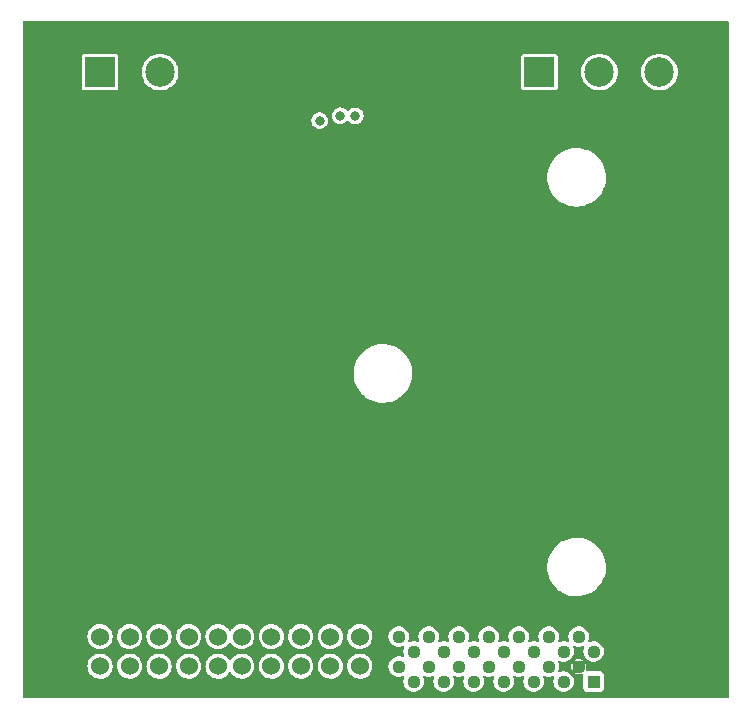
<source format=gbr>
%TF.GenerationSoftware,KiCad,Pcbnew,(6.0.1-0)*%
%TF.CreationDate,2022-12-23T21:27:23-08:00*%
%TF.ProjectId,ESC Daughterboard,45534320-4461-4756-9768-746572626f61,rev?*%
%TF.SameCoordinates,Original*%
%TF.FileFunction,Copper,L5,Inr*%
%TF.FilePolarity,Positive*%
%FSLAX46Y46*%
G04 Gerber Fmt 4.6, Leading zero omitted, Abs format (unit mm)*
G04 Created by KiCad (PCBNEW (6.0.1-0)) date 2022-12-23 21:27:23*
%MOMM*%
%LPD*%
G01*
G04 APERTURE LIST*
%TA.AperFunction,ComponentPad*%
%ADD10R,2.500000X2.500000*%
%TD*%
%TA.AperFunction,ComponentPad*%
%ADD11C,2.500000*%
%TD*%
%TA.AperFunction,ComponentPad*%
%ADD12R,1.110000X1.110000*%
%TD*%
%TA.AperFunction,ComponentPad*%
%ADD13C,1.110000*%
%TD*%
%TA.AperFunction,ComponentPad*%
%ADD14C,1.528000*%
%TD*%
%TA.AperFunction,ViaPad*%
%ADD15C,0.800000*%
%TD*%
G04 APERTURE END LIST*
D10*
%TO.N,/Phase_1*%
%TO.C,Phase 1*%
X154815000Y-69100000D03*
D11*
%TO.N,/Phase_2*%
X159895000Y-69100000D03*
%TO.N,/Phase_3*%
X164975000Y-69100000D03*
%TD*%
D12*
%TO.N,GND*%
%TO.C,J4*%
X159400000Y-120700000D03*
D13*
%TO.N,+5V*%
X158130000Y-119430000D03*
%TO.N,/Phase_3*%
X156860000Y-120700000D03*
X155590000Y-119430000D03*
X154320000Y-120700000D03*
X153050000Y-119430000D03*
%TO.N,/Phase_2*%
X151780000Y-120700000D03*
X150510000Y-119430000D03*
X149240000Y-120700000D03*
X147970000Y-119430000D03*
%TO.N,/Phase_1*%
X146700000Y-120700000D03*
X145430000Y-119430000D03*
X144160000Y-120700000D03*
X142890000Y-119430000D03*
%TO.N,/CAH*%
X159400000Y-118160000D03*
%TO.N,/CAL*%
X158130000Y-116890000D03*
%TO.N,/Phase_3*%
X156860000Y-118160000D03*
X155590000Y-116890000D03*
X154320000Y-118160000D03*
X153050000Y-116890000D03*
%TO.N,/Phase_2*%
X151780000Y-118160000D03*
X150510000Y-116890000D03*
X149240000Y-118160000D03*
X147970000Y-116890000D03*
%TO.N,/Phase_1*%
X146700000Y-118160000D03*
X145430000Y-116890000D03*
X144160000Y-118160000D03*
X142890000Y-116890000D03*
D14*
%TO.N,GND*%
X139609996Y-116890000D03*
X137109996Y-116890000D03*
X134609996Y-116890000D03*
X132109996Y-116890000D03*
X129609999Y-116890000D03*
%TO.N,/16V*%
X127609995Y-116890000D03*
X125109995Y-116890000D03*
X122609995Y-116890000D03*
X120109995Y-116890000D03*
X117609995Y-116890000D03*
%TO.N,GND*%
X139609996Y-119390000D03*
X137109996Y-119390000D03*
X134609996Y-119390000D03*
X132109996Y-119390000D03*
X129609999Y-119390000D03*
%TO.N,/16V*%
X127609995Y-119390000D03*
X125109995Y-119390000D03*
X122609995Y-119390000D03*
X120109995Y-119390000D03*
X117609995Y-119390000D03*
%TD*%
D10*
%TO.N,/16V*%
%TO.C,PWR*%
X117620000Y-69100000D03*
D11*
%TO.N,GND*%
X122700000Y-69100000D03*
%TD*%
D15*
%TO.N,GND*%
X136210000Y-73200000D03*
%TO.N,+5V*%
X140980000Y-73200000D03*
%TO.N,/CAH*%
X139220000Y-72800000D03*
%TO.N,/CAL*%
X137960000Y-72790000D03*
%TD*%
%TA.AperFunction,Conductor*%
%TO.N,+5V*%
G36*
X170819191Y-64818907D02*
G01*
X170855155Y-64868407D01*
X170860000Y-64899000D01*
X170860000Y-122001000D01*
X170841093Y-122059191D01*
X170791593Y-122095155D01*
X170761000Y-122100000D01*
X111159000Y-122100000D01*
X111100809Y-122081093D01*
X111064845Y-122031593D01*
X111060000Y-122001000D01*
X111060000Y-119375065D01*
X116540448Y-119375065D01*
X116557917Y-119583092D01*
X116559250Y-119587740D01*
X116559250Y-119587741D01*
X116601333Y-119734500D01*
X116615459Y-119783765D01*
X116710882Y-119969439D01*
X116840552Y-120133042D01*
X116844232Y-120136174D01*
X116844234Y-120136176D01*
X116995843Y-120265205D01*
X116995848Y-120265208D01*
X116999531Y-120268343D01*
X117003754Y-120270703D01*
X117003758Y-120270706D01*
X117122170Y-120336883D01*
X117181761Y-120370188D01*
X117186359Y-120371682D01*
X117375698Y-120433202D01*
X117375700Y-120433203D01*
X117380303Y-120434698D01*
X117587594Y-120459416D01*
X117592417Y-120459045D01*
X117592419Y-120459045D01*
X117659865Y-120453855D01*
X117795738Y-120443401D01*
X117996807Y-120387261D01*
X118001120Y-120385082D01*
X118001126Y-120385080D01*
X118178822Y-120295319D01*
X118178824Y-120295317D01*
X118183143Y-120293136D01*
X118347647Y-120164611D01*
X118350809Y-120160948D01*
X118350814Y-120160943D01*
X118466511Y-120026906D01*
X118484055Y-120006581D01*
X118490701Y-119994883D01*
X118584781Y-119829272D01*
X118584782Y-119829269D01*
X118587170Y-119825066D01*
X118653064Y-119626980D01*
X118658609Y-119583092D01*
X118677297Y-119435157D01*
X118679229Y-119419866D01*
X118679646Y-119390000D01*
X118678182Y-119375065D01*
X119040448Y-119375065D01*
X119057917Y-119583092D01*
X119059250Y-119587740D01*
X119059250Y-119587741D01*
X119101333Y-119734500D01*
X119115459Y-119783765D01*
X119210882Y-119969439D01*
X119340552Y-120133042D01*
X119344232Y-120136174D01*
X119344234Y-120136176D01*
X119495843Y-120265205D01*
X119495848Y-120265208D01*
X119499531Y-120268343D01*
X119503754Y-120270703D01*
X119503758Y-120270706D01*
X119622170Y-120336883D01*
X119681761Y-120370188D01*
X119686359Y-120371682D01*
X119875698Y-120433202D01*
X119875700Y-120433203D01*
X119880303Y-120434698D01*
X120087594Y-120459416D01*
X120092417Y-120459045D01*
X120092419Y-120459045D01*
X120159865Y-120453855D01*
X120295738Y-120443401D01*
X120496807Y-120387261D01*
X120501120Y-120385082D01*
X120501126Y-120385080D01*
X120678822Y-120295319D01*
X120678824Y-120295317D01*
X120683143Y-120293136D01*
X120847647Y-120164611D01*
X120850809Y-120160948D01*
X120850814Y-120160943D01*
X120966511Y-120026906D01*
X120984055Y-120006581D01*
X120990701Y-119994883D01*
X121084781Y-119829272D01*
X121084782Y-119829269D01*
X121087170Y-119825066D01*
X121153064Y-119626980D01*
X121158609Y-119583092D01*
X121177297Y-119435157D01*
X121179229Y-119419866D01*
X121179646Y-119390000D01*
X121178182Y-119375065D01*
X121540448Y-119375065D01*
X121557917Y-119583092D01*
X121559250Y-119587740D01*
X121559250Y-119587741D01*
X121601333Y-119734500D01*
X121615459Y-119783765D01*
X121710882Y-119969439D01*
X121840552Y-120133042D01*
X121844232Y-120136174D01*
X121844234Y-120136176D01*
X121995843Y-120265205D01*
X121995848Y-120265208D01*
X121999531Y-120268343D01*
X122003754Y-120270703D01*
X122003758Y-120270706D01*
X122122170Y-120336883D01*
X122181761Y-120370188D01*
X122186359Y-120371682D01*
X122375698Y-120433202D01*
X122375700Y-120433203D01*
X122380303Y-120434698D01*
X122587594Y-120459416D01*
X122592417Y-120459045D01*
X122592419Y-120459045D01*
X122659865Y-120453855D01*
X122795738Y-120443401D01*
X122996807Y-120387261D01*
X123001120Y-120385082D01*
X123001126Y-120385080D01*
X123178822Y-120295319D01*
X123178824Y-120295317D01*
X123183143Y-120293136D01*
X123347647Y-120164611D01*
X123350809Y-120160948D01*
X123350814Y-120160943D01*
X123466511Y-120026906D01*
X123484055Y-120006581D01*
X123490701Y-119994883D01*
X123584781Y-119829272D01*
X123584782Y-119829269D01*
X123587170Y-119825066D01*
X123653064Y-119626980D01*
X123658609Y-119583092D01*
X123677297Y-119435157D01*
X123679229Y-119419866D01*
X123679646Y-119390000D01*
X123678182Y-119375065D01*
X124040448Y-119375065D01*
X124057917Y-119583092D01*
X124059250Y-119587740D01*
X124059250Y-119587741D01*
X124101333Y-119734500D01*
X124115459Y-119783765D01*
X124210882Y-119969439D01*
X124340552Y-120133042D01*
X124344232Y-120136174D01*
X124344234Y-120136176D01*
X124495843Y-120265205D01*
X124495848Y-120265208D01*
X124499531Y-120268343D01*
X124503754Y-120270703D01*
X124503758Y-120270706D01*
X124622170Y-120336883D01*
X124681761Y-120370188D01*
X124686359Y-120371682D01*
X124875698Y-120433202D01*
X124875700Y-120433203D01*
X124880303Y-120434698D01*
X125087594Y-120459416D01*
X125092417Y-120459045D01*
X125092419Y-120459045D01*
X125159865Y-120453855D01*
X125295738Y-120443401D01*
X125496807Y-120387261D01*
X125501120Y-120385082D01*
X125501126Y-120385080D01*
X125678822Y-120295319D01*
X125678824Y-120295317D01*
X125683143Y-120293136D01*
X125847647Y-120164611D01*
X125850809Y-120160948D01*
X125850814Y-120160943D01*
X125966511Y-120026906D01*
X125984055Y-120006581D01*
X125990701Y-119994883D01*
X126084781Y-119829272D01*
X126084782Y-119829269D01*
X126087170Y-119825066D01*
X126153064Y-119626980D01*
X126158609Y-119583092D01*
X126177297Y-119435157D01*
X126179229Y-119419866D01*
X126179646Y-119390000D01*
X126178182Y-119375065D01*
X126540448Y-119375065D01*
X126557917Y-119583092D01*
X126559250Y-119587740D01*
X126559250Y-119587741D01*
X126601333Y-119734500D01*
X126615459Y-119783765D01*
X126710882Y-119969439D01*
X126840552Y-120133042D01*
X126844232Y-120136174D01*
X126844234Y-120136176D01*
X126995843Y-120265205D01*
X126995848Y-120265208D01*
X126999531Y-120268343D01*
X127003754Y-120270703D01*
X127003758Y-120270706D01*
X127122170Y-120336883D01*
X127181761Y-120370188D01*
X127186359Y-120371682D01*
X127375698Y-120433202D01*
X127375700Y-120433203D01*
X127380303Y-120434698D01*
X127587594Y-120459416D01*
X127592417Y-120459045D01*
X127592419Y-120459045D01*
X127659865Y-120453855D01*
X127795738Y-120443401D01*
X127996807Y-120387261D01*
X128001120Y-120385082D01*
X128001126Y-120385080D01*
X128178822Y-120295319D01*
X128178824Y-120295317D01*
X128183143Y-120293136D01*
X128347647Y-120164611D01*
X128350809Y-120160948D01*
X128350814Y-120160943D01*
X128466511Y-120026906D01*
X128484055Y-120006581D01*
X128522730Y-119938501D01*
X128567911Y-119897244D01*
X128628715Y-119890424D01*
X128681916Y-119920646D01*
X128696861Y-119942150D01*
X128710886Y-119969439D01*
X128840556Y-120133042D01*
X128844236Y-120136174D01*
X128844238Y-120136176D01*
X128995847Y-120265205D01*
X128995852Y-120265208D01*
X128999535Y-120268343D01*
X129003758Y-120270703D01*
X129003762Y-120270706D01*
X129122174Y-120336883D01*
X129181765Y-120370188D01*
X129186363Y-120371682D01*
X129375702Y-120433202D01*
X129375704Y-120433203D01*
X129380307Y-120434698D01*
X129587598Y-120459416D01*
X129592421Y-120459045D01*
X129592423Y-120459045D01*
X129659869Y-120453855D01*
X129795742Y-120443401D01*
X129996811Y-120387261D01*
X130001124Y-120385082D01*
X130001130Y-120385080D01*
X130178826Y-120295319D01*
X130178828Y-120295317D01*
X130183147Y-120293136D01*
X130347651Y-120164611D01*
X130350813Y-120160948D01*
X130350818Y-120160943D01*
X130466515Y-120026906D01*
X130484059Y-120006581D01*
X130490705Y-119994883D01*
X130584785Y-119829272D01*
X130584786Y-119829269D01*
X130587174Y-119825066D01*
X130653068Y-119626980D01*
X130658613Y-119583092D01*
X130677301Y-119435157D01*
X130679233Y-119419866D01*
X130679650Y-119390000D01*
X130678186Y-119375065D01*
X131040449Y-119375065D01*
X131057918Y-119583092D01*
X131059251Y-119587740D01*
X131059251Y-119587741D01*
X131101334Y-119734500D01*
X131115460Y-119783765D01*
X131210883Y-119969439D01*
X131340553Y-120133042D01*
X131344233Y-120136174D01*
X131344235Y-120136176D01*
X131495844Y-120265205D01*
X131495849Y-120265208D01*
X131499532Y-120268343D01*
X131503755Y-120270703D01*
X131503759Y-120270706D01*
X131622171Y-120336883D01*
X131681762Y-120370188D01*
X131686360Y-120371682D01*
X131875699Y-120433202D01*
X131875701Y-120433203D01*
X131880304Y-120434698D01*
X132087595Y-120459416D01*
X132092418Y-120459045D01*
X132092420Y-120459045D01*
X132159866Y-120453855D01*
X132295739Y-120443401D01*
X132496808Y-120387261D01*
X132501121Y-120385082D01*
X132501127Y-120385080D01*
X132678823Y-120295319D01*
X132678825Y-120295317D01*
X132683144Y-120293136D01*
X132847648Y-120164611D01*
X132850810Y-120160948D01*
X132850815Y-120160943D01*
X132966512Y-120026906D01*
X132984056Y-120006581D01*
X132990702Y-119994883D01*
X133084782Y-119829272D01*
X133084783Y-119829269D01*
X133087171Y-119825066D01*
X133153065Y-119626980D01*
X133158610Y-119583092D01*
X133177298Y-119435157D01*
X133179230Y-119419866D01*
X133179647Y-119390000D01*
X133178183Y-119375065D01*
X133540449Y-119375065D01*
X133557918Y-119583092D01*
X133559251Y-119587740D01*
X133559251Y-119587741D01*
X133601334Y-119734500D01*
X133615460Y-119783765D01*
X133710883Y-119969439D01*
X133840553Y-120133042D01*
X133844233Y-120136174D01*
X133844235Y-120136176D01*
X133995844Y-120265205D01*
X133995849Y-120265208D01*
X133999532Y-120268343D01*
X134003755Y-120270703D01*
X134003759Y-120270706D01*
X134122171Y-120336883D01*
X134181762Y-120370188D01*
X134186360Y-120371682D01*
X134375699Y-120433202D01*
X134375701Y-120433203D01*
X134380304Y-120434698D01*
X134587595Y-120459416D01*
X134592418Y-120459045D01*
X134592420Y-120459045D01*
X134659866Y-120453855D01*
X134795739Y-120443401D01*
X134996808Y-120387261D01*
X135001121Y-120385082D01*
X135001127Y-120385080D01*
X135178823Y-120295319D01*
X135178825Y-120295317D01*
X135183144Y-120293136D01*
X135347648Y-120164611D01*
X135350810Y-120160948D01*
X135350815Y-120160943D01*
X135466512Y-120026906D01*
X135484056Y-120006581D01*
X135490702Y-119994883D01*
X135584782Y-119829272D01*
X135584783Y-119829269D01*
X135587171Y-119825066D01*
X135653065Y-119626980D01*
X135658610Y-119583092D01*
X135677298Y-119435157D01*
X135679230Y-119419866D01*
X135679647Y-119390000D01*
X135678183Y-119375065D01*
X136040449Y-119375065D01*
X136057918Y-119583092D01*
X136059251Y-119587740D01*
X136059251Y-119587741D01*
X136101334Y-119734500D01*
X136115460Y-119783765D01*
X136210883Y-119969439D01*
X136340553Y-120133042D01*
X136344233Y-120136174D01*
X136344235Y-120136176D01*
X136495844Y-120265205D01*
X136495849Y-120265208D01*
X136499532Y-120268343D01*
X136503755Y-120270703D01*
X136503759Y-120270706D01*
X136622171Y-120336883D01*
X136681762Y-120370188D01*
X136686360Y-120371682D01*
X136875699Y-120433202D01*
X136875701Y-120433203D01*
X136880304Y-120434698D01*
X137087595Y-120459416D01*
X137092418Y-120459045D01*
X137092420Y-120459045D01*
X137159866Y-120453855D01*
X137295739Y-120443401D01*
X137496808Y-120387261D01*
X137501121Y-120385082D01*
X137501127Y-120385080D01*
X137678823Y-120295319D01*
X137678825Y-120295317D01*
X137683144Y-120293136D01*
X137847648Y-120164611D01*
X137850810Y-120160948D01*
X137850815Y-120160943D01*
X137966512Y-120026906D01*
X137984056Y-120006581D01*
X137990702Y-119994883D01*
X138084782Y-119829272D01*
X138084783Y-119829269D01*
X138087171Y-119825066D01*
X138153065Y-119626980D01*
X138158610Y-119583092D01*
X138177298Y-119435157D01*
X138179230Y-119419866D01*
X138179647Y-119390000D01*
X138178183Y-119375065D01*
X138540449Y-119375065D01*
X138557918Y-119583092D01*
X138559251Y-119587740D01*
X138559251Y-119587741D01*
X138601334Y-119734500D01*
X138615460Y-119783765D01*
X138710883Y-119969439D01*
X138840553Y-120133042D01*
X138844233Y-120136174D01*
X138844235Y-120136176D01*
X138995844Y-120265205D01*
X138995849Y-120265208D01*
X138999532Y-120268343D01*
X139003755Y-120270703D01*
X139003759Y-120270706D01*
X139122171Y-120336883D01*
X139181762Y-120370188D01*
X139186360Y-120371682D01*
X139375699Y-120433202D01*
X139375701Y-120433203D01*
X139380304Y-120434698D01*
X139587595Y-120459416D01*
X139592418Y-120459045D01*
X139592420Y-120459045D01*
X139659866Y-120453855D01*
X139795739Y-120443401D01*
X139996808Y-120387261D01*
X140001121Y-120385082D01*
X140001127Y-120385080D01*
X140178823Y-120295319D01*
X140178825Y-120295317D01*
X140183144Y-120293136D01*
X140347648Y-120164611D01*
X140350810Y-120160948D01*
X140350815Y-120160943D01*
X140466512Y-120026906D01*
X140484056Y-120006581D01*
X140490702Y-119994883D01*
X140584782Y-119829272D01*
X140584783Y-119829269D01*
X140587171Y-119825066D01*
X140653065Y-119626980D01*
X140658610Y-119583092D01*
X140677298Y-119435157D01*
X140677950Y-119430000D01*
X142029788Y-119430000D01*
X142048586Y-119608848D01*
X142104157Y-119779880D01*
X142106751Y-119784373D01*
X142106752Y-119784375D01*
X142141186Y-119844016D01*
X142194074Y-119935620D01*
X142197546Y-119939476D01*
X142310936Y-120065409D01*
X142310940Y-120065413D01*
X142314406Y-120069262D01*
X142459894Y-120174965D01*
X142464626Y-120177072D01*
X142464628Y-120177073D01*
X142619440Y-120246000D01*
X142619443Y-120246001D01*
X142624180Y-120248110D01*
X142800083Y-120285500D01*
X142979917Y-120285500D01*
X143155820Y-120248110D01*
X143250625Y-120205900D01*
X143311474Y-120199504D01*
X143364462Y-120230097D01*
X143389349Y-120285992D01*
X143377785Y-120340410D01*
X143378861Y-120340889D01*
X143376753Y-120345624D01*
X143374157Y-120350120D01*
X143318586Y-120521152D01*
X143299788Y-120700000D01*
X143318586Y-120878848D01*
X143374157Y-121049880D01*
X143464074Y-121205620D01*
X143467546Y-121209476D01*
X143580936Y-121335409D01*
X143580940Y-121335413D01*
X143584406Y-121339262D01*
X143729894Y-121444965D01*
X143734626Y-121447072D01*
X143734628Y-121447073D01*
X143889440Y-121516000D01*
X143889443Y-121516001D01*
X143894180Y-121518110D01*
X143899253Y-121519188D01*
X143899252Y-121519188D01*
X144060053Y-121553368D01*
X144070083Y-121555500D01*
X144249917Y-121555500D01*
X144259948Y-121553368D01*
X144420748Y-121519188D01*
X144420747Y-121519188D01*
X144425820Y-121518110D01*
X144430557Y-121516001D01*
X144430560Y-121516000D01*
X144585372Y-121447073D01*
X144585374Y-121447072D01*
X144590106Y-121444965D01*
X144735594Y-121339262D01*
X144739060Y-121335413D01*
X144739064Y-121335409D01*
X144852454Y-121209476D01*
X144855926Y-121205620D01*
X144945843Y-121049880D01*
X145001414Y-120878848D01*
X145020212Y-120700000D01*
X145001414Y-120521152D01*
X144945843Y-120350120D01*
X144943247Y-120345624D01*
X144941139Y-120340889D01*
X144942216Y-120340410D01*
X144930652Y-120285984D01*
X144955543Y-120230091D01*
X145008534Y-120199503D01*
X145069375Y-120205900D01*
X145164180Y-120248110D01*
X145340083Y-120285500D01*
X145519917Y-120285500D01*
X145695820Y-120248110D01*
X145790625Y-120205900D01*
X145851474Y-120199504D01*
X145904462Y-120230097D01*
X145929349Y-120285992D01*
X145917785Y-120340410D01*
X145918861Y-120340889D01*
X145916753Y-120345624D01*
X145914157Y-120350120D01*
X145858586Y-120521152D01*
X145839788Y-120700000D01*
X145858586Y-120878848D01*
X145914157Y-121049880D01*
X146004074Y-121205620D01*
X146007546Y-121209476D01*
X146120936Y-121335409D01*
X146120940Y-121335413D01*
X146124406Y-121339262D01*
X146269894Y-121444965D01*
X146274626Y-121447072D01*
X146274628Y-121447073D01*
X146429440Y-121516000D01*
X146429443Y-121516001D01*
X146434180Y-121518110D01*
X146439253Y-121519188D01*
X146439252Y-121519188D01*
X146600053Y-121553368D01*
X146610083Y-121555500D01*
X146789917Y-121555500D01*
X146799948Y-121553368D01*
X146960748Y-121519188D01*
X146960747Y-121519188D01*
X146965820Y-121518110D01*
X146970557Y-121516001D01*
X146970560Y-121516000D01*
X147125372Y-121447073D01*
X147125374Y-121447072D01*
X147130106Y-121444965D01*
X147275594Y-121339262D01*
X147279060Y-121335413D01*
X147279064Y-121335409D01*
X147392454Y-121209476D01*
X147395926Y-121205620D01*
X147485843Y-121049880D01*
X147541414Y-120878848D01*
X147560212Y-120700000D01*
X147541414Y-120521152D01*
X147485843Y-120350120D01*
X147483247Y-120345624D01*
X147481139Y-120340889D01*
X147482216Y-120340410D01*
X147470652Y-120285984D01*
X147495543Y-120230091D01*
X147548534Y-120199503D01*
X147609375Y-120205900D01*
X147704180Y-120248110D01*
X147880083Y-120285500D01*
X148059917Y-120285500D01*
X148235820Y-120248110D01*
X148330625Y-120205900D01*
X148391474Y-120199504D01*
X148444462Y-120230097D01*
X148469349Y-120285992D01*
X148457785Y-120340410D01*
X148458861Y-120340889D01*
X148456753Y-120345624D01*
X148454157Y-120350120D01*
X148398586Y-120521152D01*
X148379788Y-120700000D01*
X148398586Y-120878848D01*
X148454157Y-121049880D01*
X148544074Y-121205620D01*
X148547546Y-121209476D01*
X148660936Y-121335409D01*
X148660940Y-121335413D01*
X148664406Y-121339262D01*
X148809894Y-121444965D01*
X148814626Y-121447072D01*
X148814628Y-121447073D01*
X148969440Y-121516000D01*
X148969443Y-121516001D01*
X148974180Y-121518110D01*
X148979253Y-121519188D01*
X148979252Y-121519188D01*
X149140053Y-121553368D01*
X149150083Y-121555500D01*
X149329917Y-121555500D01*
X149339948Y-121553368D01*
X149500748Y-121519188D01*
X149500747Y-121519188D01*
X149505820Y-121518110D01*
X149510557Y-121516001D01*
X149510560Y-121516000D01*
X149665372Y-121447073D01*
X149665374Y-121447072D01*
X149670106Y-121444965D01*
X149815594Y-121339262D01*
X149819060Y-121335413D01*
X149819064Y-121335409D01*
X149932454Y-121209476D01*
X149935926Y-121205620D01*
X150025843Y-121049880D01*
X150081414Y-120878848D01*
X150100212Y-120700000D01*
X150081414Y-120521152D01*
X150025843Y-120350120D01*
X150023247Y-120345624D01*
X150021139Y-120340889D01*
X150022216Y-120340410D01*
X150010652Y-120285984D01*
X150035543Y-120230091D01*
X150088534Y-120199503D01*
X150149375Y-120205900D01*
X150244180Y-120248110D01*
X150420083Y-120285500D01*
X150599917Y-120285500D01*
X150775820Y-120248110D01*
X150870625Y-120205900D01*
X150931474Y-120199504D01*
X150984462Y-120230097D01*
X151009349Y-120285992D01*
X150997785Y-120340410D01*
X150998861Y-120340889D01*
X150996753Y-120345624D01*
X150994157Y-120350120D01*
X150938586Y-120521152D01*
X150919788Y-120700000D01*
X150938586Y-120878848D01*
X150994157Y-121049880D01*
X151084074Y-121205620D01*
X151087546Y-121209476D01*
X151200936Y-121335409D01*
X151200940Y-121335413D01*
X151204406Y-121339262D01*
X151349894Y-121444965D01*
X151354626Y-121447072D01*
X151354628Y-121447073D01*
X151509440Y-121516000D01*
X151509443Y-121516001D01*
X151514180Y-121518110D01*
X151519253Y-121519188D01*
X151519252Y-121519188D01*
X151680053Y-121553368D01*
X151690083Y-121555500D01*
X151869917Y-121555500D01*
X151879948Y-121553368D01*
X152040748Y-121519188D01*
X152040747Y-121519188D01*
X152045820Y-121518110D01*
X152050557Y-121516001D01*
X152050560Y-121516000D01*
X152205372Y-121447073D01*
X152205374Y-121447072D01*
X152210106Y-121444965D01*
X152355594Y-121339262D01*
X152359060Y-121335413D01*
X152359064Y-121335409D01*
X152472454Y-121209476D01*
X152475926Y-121205620D01*
X152565843Y-121049880D01*
X152621414Y-120878848D01*
X152640212Y-120700000D01*
X152621414Y-120521152D01*
X152565843Y-120350120D01*
X152563247Y-120345624D01*
X152561139Y-120340889D01*
X152562216Y-120340410D01*
X152550652Y-120285984D01*
X152575543Y-120230091D01*
X152628534Y-120199503D01*
X152689375Y-120205900D01*
X152784180Y-120248110D01*
X152960083Y-120285500D01*
X153139917Y-120285500D01*
X153315820Y-120248110D01*
X153410625Y-120205900D01*
X153471474Y-120199504D01*
X153524462Y-120230097D01*
X153549349Y-120285992D01*
X153537785Y-120340410D01*
X153538861Y-120340889D01*
X153536753Y-120345624D01*
X153534157Y-120350120D01*
X153478586Y-120521152D01*
X153459788Y-120700000D01*
X153478586Y-120878848D01*
X153534157Y-121049880D01*
X153624074Y-121205620D01*
X153627546Y-121209476D01*
X153740936Y-121335409D01*
X153740940Y-121335413D01*
X153744406Y-121339262D01*
X153889894Y-121444965D01*
X153894626Y-121447072D01*
X153894628Y-121447073D01*
X154049440Y-121516000D01*
X154049443Y-121516001D01*
X154054180Y-121518110D01*
X154059253Y-121519188D01*
X154059252Y-121519188D01*
X154220053Y-121553368D01*
X154230083Y-121555500D01*
X154409917Y-121555500D01*
X154419948Y-121553368D01*
X154580748Y-121519188D01*
X154580747Y-121519188D01*
X154585820Y-121518110D01*
X154590557Y-121516001D01*
X154590560Y-121516000D01*
X154745372Y-121447073D01*
X154745374Y-121447072D01*
X154750106Y-121444965D01*
X154895594Y-121339262D01*
X154899060Y-121335413D01*
X154899064Y-121335409D01*
X155012454Y-121209476D01*
X155015926Y-121205620D01*
X155105843Y-121049880D01*
X155161414Y-120878848D01*
X155180212Y-120700000D01*
X155161414Y-120521152D01*
X155105843Y-120350120D01*
X155103247Y-120345624D01*
X155101139Y-120340889D01*
X155102216Y-120340410D01*
X155090652Y-120285984D01*
X155115543Y-120230091D01*
X155168534Y-120199503D01*
X155229375Y-120205900D01*
X155324180Y-120248110D01*
X155500083Y-120285500D01*
X155679917Y-120285500D01*
X155855820Y-120248110D01*
X155950625Y-120205900D01*
X156011474Y-120199504D01*
X156064462Y-120230097D01*
X156089349Y-120285992D01*
X156077785Y-120340410D01*
X156078861Y-120340889D01*
X156076753Y-120345624D01*
X156074157Y-120350120D01*
X156018586Y-120521152D01*
X155999788Y-120700000D01*
X156018586Y-120878848D01*
X156074157Y-121049880D01*
X156164074Y-121205620D01*
X156167546Y-121209476D01*
X156280936Y-121335409D01*
X156280940Y-121335413D01*
X156284406Y-121339262D01*
X156429894Y-121444965D01*
X156434626Y-121447072D01*
X156434628Y-121447073D01*
X156589440Y-121516000D01*
X156589443Y-121516001D01*
X156594180Y-121518110D01*
X156599253Y-121519188D01*
X156599252Y-121519188D01*
X156760053Y-121553368D01*
X156770083Y-121555500D01*
X156949917Y-121555500D01*
X156959948Y-121553368D01*
X157120748Y-121519188D01*
X157120747Y-121519188D01*
X157125820Y-121518110D01*
X157130557Y-121516001D01*
X157130560Y-121516000D01*
X157285372Y-121447073D01*
X157285374Y-121447072D01*
X157290106Y-121444965D01*
X157435594Y-121339262D01*
X157439060Y-121335413D01*
X157439064Y-121335409D01*
X157552454Y-121209476D01*
X157555926Y-121205620D01*
X157645843Y-121049880D01*
X157701414Y-120878848D01*
X157720212Y-120700000D01*
X157701414Y-120521152D01*
X157645843Y-120350120D01*
X157640514Y-120340889D01*
X157558521Y-120198875D01*
X157555926Y-120194380D01*
X157473903Y-120103284D01*
X157439064Y-120064591D01*
X157439060Y-120064587D01*
X157435594Y-120060738D01*
X157334368Y-119987193D01*
X157790119Y-119987193D01*
X157797610Y-119994883D01*
X157881860Y-120040628D01*
X157892879Y-120044991D01*
X158034684Y-120082193D01*
X158046417Y-120083800D01*
X158193005Y-120086102D01*
X158204785Y-120084864D01*
X158347680Y-120052137D01*
X158358839Y-120048119D01*
X158401018Y-120026906D01*
X158461500Y-120017651D01*
X158515870Y-120045715D01*
X158543361Y-120100376D01*
X158544500Y-120115350D01*
X158544500Y-121299646D01*
X158547618Y-121325846D01*
X158593061Y-121428153D01*
X158672287Y-121507241D01*
X158680645Y-121510936D01*
X158767864Y-121549496D01*
X158767866Y-121549496D01*
X158774673Y-121552506D01*
X158782067Y-121553368D01*
X158797378Y-121555153D01*
X158800354Y-121555500D01*
X159999646Y-121555500D01*
X160017561Y-121553368D01*
X160018469Y-121553260D01*
X160018470Y-121553260D01*
X160025846Y-121552382D01*
X160128153Y-121506939D01*
X160207241Y-121427713D01*
X160244999Y-121342308D01*
X160249496Y-121332136D01*
X160249496Y-121332134D01*
X160252506Y-121325327D01*
X160255500Y-121299646D01*
X160255500Y-120100354D01*
X160252382Y-120074154D01*
X160206939Y-119971847D01*
X160200210Y-119965129D01*
X160134179Y-119899214D01*
X160127713Y-119892759D01*
X160098591Y-119879884D01*
X160032136Y-119850504D01*
X160032134Y-119850504D01*
X160025327Y-119847494D01*
X159999646Y-119844500D01*
X158815848Y-119844500D01*
X158757657Y-119825593D01*
X158721693Y-119776093D01*
X158721693Y-119714907D01*
X158723992Y-119708574D01*
X158765104Y-119606305D01*
X158768169Y-119594865D01*
X158789210Y-119447024D01*
X158789700Y-119440586D01*
X158789777Y-119433231D01*
X158789422Y-119426789D01*
X158771482Y-119278535D01*
X158768656Y-119267032D01*
X158716837Y-119129895D01*
X158711347Y-119119394D01*
X158696355Y-119097581D01*
X158685773Y-119089461D01*
X158685375Y-119089450D01*
X158678726Y-119093406D01*
X157795500Y-119976632D01*
X157790119Y-119987193D01*
X157334368Y-119987193D01*
X157290106Y-119955035D01*
X157285374Y-119952928D01*
X157285372Y-119952927D01*
X157130560Y-119884000D01*
X157130557Y-119883999D01*
X157125820Y-119881890D01*
X156964586Y-119847618D01*
X156954989Y-119845578D01*
X156954988Y-119845578D01*
X156949917Y-119844500D01*
X156770083Y-119844500D01*
X156765012Y-119845578D01*
X156765011Y-119845578D01*
X156755414Y-119847618D01*
X156594180Y-119881890D01*
X156499375Y-119924100D01*
X156438526Y-119930496D01*
X156385538Y-119899903D01*
X156360651Y-119844008D01*
X156372215Y-119789590D01*
X156371139Y-119789111D01*
X156373248Y-119784375D01*
X156375843Y-119779880D01*
X156431414Y-119608848D01*
X156450212Y-119430000D01*
X156450110Y-119429028D01*
X157470880Y-119429028D01*
X157486967Y-119574734D01*
X157489674Y-119586275D01*
X157540053Y-119723943D01*
X157545432Y-119734500D01*
X157563989Y-119762118D01*
X157574487Y-119770349D01*
X157574600Y-119770353D01*
X157581671Y-119766197D01*
X157906782Y-119441086D01*
X157912836Y-119429203D01*
X157912040Y-119424172D01*
X157583352Y-119095484D01*
X157571469Y-119089430D01*
X157570801Y-119089535D01*
X157565301Y-119094308D01*
X157551936Y-119113326D01*
X157546339Y-119123765D01*
X157493086Y-119260351D01*
X157490139Y-119271828D01*
X157471005Y-119417170D01*
X157470880Y-119429028D01*
X156450110Y-119429028D01*
X156431414Y-119251152D01*
X156375843Y-119080120D01*
X156373247Y-119075624D01*
X156371139Y-119070889D01*
X156372216Y-119070410D01*
X156360652Y-119015984D01*
X156385543Y-118960091D01*
X156438534Y-118929503D01*
X156499375Y-118935900D01*
X156594180Y-118978110D01*
X156770083Y-119015500D01*
X156949917Y-119015500D01*
X157125820Y-118978110D01*
X157130557Y-118976001D01*
X157130560Y-118976000D01*
X157285372Y-118907073D01*
X157285374Y-118907072D01*
X157290106Y-118904965D01*
X157334704Y-118872563D01*
X157789576Y-118872563D01*
X157794714Y-118882582D01*
X158118914Y-119206782D01*
X158130797Y-119212836D01*
X158135828Y-119212040D01*
X158464818Y-118883050D01*
X158470116Y-118872652D01*
X158462400Y-118864814D01*
X158371729Y-118816805D01*
X158360664Y-118812559D01*
X158218486Y-118776846D01*
X158206729Y-118775361D01*
X158060129Y-118774593D01*
X158048361Y-118775955D01*
X157905810Y-118810178D01*
X157894704Y-118814309D01*
X157797655Y-118864399D01*
X157789576Y-118872563D01*
X157334704Y-118872563D01*
X157435594Y-118799262D01*
X157439060Y-118795413D01*
X157439064Y-118795409D01*
X157552454Y-118669476D01*
X157555926Y-118665620D01*
X157608814Y-118574016D01*
X157643248Y-118514375D01*
X157643249Y-118514373D01*
X157645843Y-118509880D01*
X157701414Y-118338848D01*
X157720212Y-118160000D01*
X157701414Y-117981152D01*
X157645843Y-117810120D01*
X157643247Y-117805624D01*
X157641139Y-117800889D01*
X157642216Y-117800410D01*
X157630652Y-117745984D01*
X157655543Y-117690091D01*
X157708534Y-117659503D01*
X157769375Y-117665900D01*
X157864180Y-117708110D01*
X158040083Y-117745500D01*
X158219917Y-117745500D01*
X158395820Y-117708110D01*
X158490625Y-117665900D01*
X158551474Y-117659504D01*
X158604462Y-117690097D01*
X158629349Y-117745992D01*
X158617785Y-117800410D01*
X158618861Y-117800889D01*
X158616753Y-117805624D01*
X158614157Y-117810120D01*
X158558586Y-117981152D01*
X158539788Y-118160000D01*
X158558586Y-118338848D01*
X158614157Y-118509880D01*
X158616751Y-118514373D01*
X158616752Y-118514375D01*
X158651186Y-118574016D01*
X158704074Y-118665620D01*
X158707546Y-118669476D01*
X158820936Y-118795409D01*
X158820940Y-118795413D01*
X158824406Y-118799262D01*
X158969894Y-118904965D01*
X158974626Y-118907072D01*
X158974628Y-118907073D01*
X159129440Y-118976000D01*
X159129443Y-118976001D01*
X159134180Y-118978110D01*
X159310083Y-119015500D01*
X159489917Y-119015500D01*
X159665820Y-118978110D01*
X159670557Y-118976001D01*
X159670560Y-118976000D01*
X159825372Y-118907073D01*
X159825374Y-118907072D01*
X159830106Y-118904965D01*
X159975594Y-118799262D01*
X159979060Y-118795413D01*
X159979064Y-118795409D01*
X160092454Y-118669476D01*
X160095926Y-118665620D01*
X160148814Y-118574016D01*
X160183248Y-118514375D01*
X160183249Y-118514373D01*
X160185843Y-118509880D01*
X160241414Y-118338848D01*
X160260212Y-118160000D01*
X160241414Y-117981152D01*
X160185843Y-117810120D01*
X160180514Y-117800889D01*
X160116544Y-117690091D01*
X160095926Y-117654380D01*
X159986012Y-117532308D01*
X159979064Y-117524591D01*
X159979060Y-117524587D01*
X159975594Y-117520738D01*
X159830106Y-117415035D01*
X159825374Y-117412928D01*
X159825372Y-117412927D01*
X159670560Y-117344000D01*
X159670557Y-117343999D01*
X159665820Y-117341890D01*
X159489917Y-117304500D01*
X159310083Y-117304500D01*
X159134180Y-117341890D01*
X159039375Y-117384100D01*
X158978526Y-117390496D01*
X158925538Y-117359903D01*
X158900651Y-117304008D01*
X158912215Y-117249590D01*
X158911139Y-117249111D01*
X158913248Y-117244375D01*
X158915843Y-117239880D01*
X158971414Y-117068848D01*
X158990212Y-116890000D01*
X158971414Y-116711152D01*
X158915843Y-116540120D01*
X158825926Y-116384380D01*
X158748207Y-116298064D01*
X158709064Y-116254591D01*
X158709060Y-116254587D01*
X158705594Y-116250738D01*
X158560106Y-116145035D01*
X158555374Y-116142928D01*
X158555372Y-116142927D01*
X158400560Y-116074000D01*
X158400557Y-116073999D01*
X158395820Y-116071890D01*
X158219917Y-116034500D01*
X158040083Y-116034500D01*
X157864180Y-116071890D01*
X157859443Y-116073999D01*
X157859440Y-116074000D01*
X157704628Y-116142927D01*
X157704626Y-116142928D01*
X157699894Y-116145035D01*
X157554406Y-116250738D01*
X157550940Y-116254587D01*
X157550936Y-116254591D01*
X157511793Y-116298064D01*
X157434074Y-116384380D01*
X157344157Y-116540120D01*
X157288586Y-116711152D01*
X157269788Y-116890000D01*
X157288586Y-117068848D01*
X157344157Y-117239880D01*
X157346752Y-117244375D01*
X157348861Y-117249111D01*
X157347784Y-117249590D01*
X157359348Y-117304016D01*
X157334457Y-117359909D01*
X157281466Y-117390497D01*
X157220625Y-117384100D01*
X157125820Y-117341890D01*
X156949917Y-117304500D01*
X156770083Y-117304500D01*
X156594180Y-117341890D01*
X156499375Y-117384100D01*
X156438526Y-117390496D01*
X156385538Y-117359903D01*
X156360651Y-117304008D01*
X156372215Y-117249590D01*
X156371139Y-117249111D01*
X156373248Y-117244375D01*
X156375843Y-117239880D01*
X156431414Y-117068848D01*
X156450212Y-116890000D01*
X156431414Y-116711152D01*
X156375843Y-116540120D01*
X156285926Y-116384380D01*
X156208207Y-116298064D01*
X156169064Y-116254591D01*
X156169060Y-116254587D01*
X156165594Y-116250738D01*
X156020106Y-116145035D01*
X156015374Y-116142928D01*
X156015372Y-116142927D01*
X155860560Y-116074000D01*
X155860557Y-116073999D01*
X155855820Y-116071890D01*
X155679917Y-116034500D01*
X155500083Y-116034500D01*
X155324180Y-116071890D01*
X155319443Y-116073999D01*
X155319440Y-116074000D01*
X155164628Y-116142927D01*
X155164626Y-116142928D01*
X155159894Y-116145035D01*
X155014406Y-116250738D01*
X155010940Y-116254587D01*
X155010936Y-116254591D01*
X154971793Y-116298064D01*
X154894074Y-116384380D01*
X154804157Y-116540120D01*
X154748586Y-116711152D01*
X154729788Y-116890000D01*
X154748586Y-117068848D01*
X154804157Y-117239880D01*
X154806752Y-117244375D01*
X154808861Y-117249111D01*
X154807784Y-117249590D01*
X154819348Y-117304016D01*
X154794457Y-117359909D01*
X154741466Y-117390497D01*
X154680625Y-117384100D01*
X154585820Y-117341890D01*
X154409917Y-117304500D01*
X154230083Y-117304500D01*
X154054180Y-117341890D01*
X153959375Y-117384100D01*
X153898526Y-117390496D01*
X153845538Y-117359903D01*
X153820651Y-117304008D01*
X153832215Y-117249590D01*
X153831139Y-117249111D01*
X153833248Y-117244375D01*
X153835843Y-117239880D01*
X153891414Y-117068848D01*
X153910212Y-116890000D01*
X153891414Y-116711152D01*
X153835843Y-116540120D01*
X153745926Y-116384380D01*
X153668207Y-116298064D01*
X153629064Y-116254591D01*
X153629060Y-116254587D01*
X153625594Y-116250738D01*
X153480106Y-116145035D01*
X153475374Y-116142928D01*
X153475372Y-116142927D01*
X153320560Y-116074000D01*
X153320557Y-116073999D01*
X153315820Y-116071890D01*
X153139917Y-116034500D01*
X152960083Y-116034500D01*
X152784180Y-116071890D01*
X152779443Y-116073999D01*
X152779440Y-116074000D01*
X152624628Y-116142927D01*
X152624626Y-116142928D01*
X152619894Y-116145035D01*
X152474406Y-116250738D01*
X152470940Y-116254587D01*
X152470936Y-116254591D01*
X152431793Y-116298064D01*
X152354074Y-116384380D01*
X152264157Y-116540120D01*
X152208586Y-116711152D01*
X152189788Y-116890000D01*
X152208586Y-117068848D01*
X152264157Y-117239880D01*
X152266752Y-117244375D01*
X152268861Y-117249111D01*
X152267784Y-117249590D01*
X152279348Y-117304016D01*
X152254457Y-117359909D01*
X152201466Y-117390497D01*
X152140625Y-117384100D01*
X152045820Y-117341890D01*
X151869917Y-117304500D01*
X151690083Y-117304500D01*
X151514180Y-117341890D01*
X151419375Y-117384100D01*
X151358526Y-117390496D01*
X151305538Y-117359903D01*
X151280651Y-117304008D01*
X151292215Y-117249590D01*
X151291139Y-117249111D01*
X151293248Y-117244375D01*
X151295843Y-117239880D01*
X151351414Y-117068848D01*
X151370212Y-116890000D01*
X151351414Y-116711152D01*
X151295843Y-116540120D01*
X151205926Y-116384380D01*
X151128207Y-116298064D01*
X151089064Y-116254591D01*
X151089060Y-116254587D01*
X151085594Y-116250738D01*
X150940106Y-116145035D01*
X150935374Y-116142928D01*
X150935372Y-116142927D01*
X150780560Y-116074000D01*
X150780557Y-116073999D01*
X150775820Y-116071890D01*
X150599917Y-116034500D01*
X150420083Y-116034500D01*
X150244180Y-116071890D01*
X150239443Y-116073999D01*
X150239440Y-116074000D01*
X150084628Y-116142927D01*
X150084626Y-116142928D01*
X150079894Y-116145035D01*
X149934406Y-116250738D01*
X149930940Y-116254587D01*
X149930936Y-116254591D01*
X149891793Y-116298064D01*
X149814074Y-116384380D01*
X149724157Y-116540120D01*
X149668586Y-116711152D01*
X149649788Y-116890000D01*
X149668586Y-117068848D01*
X149724157Y-117239880D01*
X149726752Y-117244375D01*
X149728861Y-117249111D01*
X149727784Y-117249590D01*
X149739348Y-117304016D01*
X149714457Y-117359909D01*
X149661466Y-117390497D01*
X149600625Y-117384100D01*
X149505820Y-117341890D01*
X149329917Y-117304500D01*
X149150083Y-117304500D01*
X148974180Y-117341890D01*
X148879375Y-117384100D01*
X148818526Y-117390496D01*
X148765538Y-117359903D01*
X148740651Y-117304008D01*
X148752215Y-117249590D01*
X148751139Y-117249111D01*
X148753248Y-117244375D01*
X148755843Y-117239880D01*
X148811414Y-117068848D01*
X148830212Y-116890000D01*
X148811414Y-116711152D01*
X148755843Y-116540120D01*
X148665926Y-116384380D01*
X148588207Y-116298064D01*
X148549064Y-116254591D01*
X148549060Y-116254587D01*
X148545594Y-116250738D01*
X148400106Y-116145035D01*
X148395374Y-116142928D01*
X148395372Y-116142927D01*
X148240560Y-116074000D01*
X148240557Y-116073999D01*
X148235820Y-116071890D01*
X148059917Y-116034500D01*
X147880083Y-116034500D01*
X147704180Y-116071890D01*
X147699443Y-116073999D01*
X147699440Y-116074000D01*
X147544628Y-116142927D01*
X147544626Y-116142928D01*
X147539894Y-116145035D01*
X147394406Y-116250738D01*
X147390940Y-116254587D01*
X147390936Y-116254591D01*
X147351793Y-116298064D01*
X147274074Y-116384380D01*
X147184157Y-116540120D01*
X147128586Y-116711152D01*
X147109788Y-116890000D01*
X147128586Y-117068848D01*
X147184157Y-117239880D01*
X147186752Y-117244375D01*
X147188861Y-117249111D01*
X147187784Y-117249590D01*
X147199348Y-117304016D01*
X147174457Y-117359909D01*
X147121466Y-117390497D01*
X147060625Y-117384100D01*
X146965820Y-117341890D01*
X146789917Y-117304500D01*
X146610083Y-117304500D01*
X146434180Y-117341890D01*
X146339375Y-117384100D01*
X146278526Y-117390496D01*
X146225538Y-117359903D01*
X146200651Y-117304008D01*
X146212215Y-117249590D01*
X146211139Y-117249111D01*
X146213248Y-117244375D01*
X146215843Y-117239880D01*
X146271414Y-117068848D01*
X146290212Y-116890000D01*
X146271414Y-116711152D01*
X146215843Y-116540120D01*
X146125926Y-116384380D01*
X146048207Y-116298064D01*
X146009064Y-116254591D01*
X146009060Y-116254587D01*
X146005594Y-116250738D01*
X145860106Y-116145035D01*
X145855374Y-116142928D01*
X145855372Y-116142927D01*
X145700560Y-116074000D01*
X145700557Y-116073999D01*
X145695820Y-116071890D01*
X145519917Y-116034500D01*
X145340083Y-116034500D01*
X145164180Y-116071890D01*
X145159443Y-116073999D01*
X145159440Y-116074000D01*
X145004628Y-116142927D01*
X145004626Y-116142928D01*
X144999894Y-116145035D01*
X144854406Y-116250738D01*
X144850940Y-116254587D01*
X144850936Y-116254591D01*
X144811793Y-116298064D01*
X144734074Y-116384380D01*
X144644157Y-116540120D01*
X144588586Y-116711152D01*
X144569788Y-116890000D01*
X144588586Y-117068848D01*
X144644157Y-117239880D01*
X144646752Y-117244375D01*
X144648861Y-117249111D01*
X144647784Y-117249590D01*
X144659348Y-117304016D01*
X144634457Y-117359909D01*
X144581466Y-117390497D01*
X144520625Y-117384100D01*
X144425820Y-117341890D01*
X144249917Y-117304500D01*
X144070083Y-117304500D01*
X143894180Y-117341890D01*
X143799375Y-117384100D01*
X143738526Y-117390496D01*
X143685538Y-117359903D01*
X143660651Y-117304008D01*
X143672215Y-117249590D01*
X143671139Y-117249111D01*
X143673248Y-117244375D01*
X143675843Y-117239880D01*
X143731414Y-117068848D01*
X143750212Y-116890000D01*
X143731414Y-116711152D01*
X143675843Y-116540120D01*
X143585926Y-116384380D01*
X143508207Y-116298064D01*
X143469064Y-116254591D01*
X143469060Y-116254587D01*
X143465594Y-116250738D01*
X143320106Y-116145035D01*
X143315374Y-116142928D01*
X143315372Y-116142927D01*
X143160560Y-116074000D01*
X143160557Y-116073999D01*
X143155820Y-116071890D01*
X142979917Y-116034500D01*
X142800083Y-116034500D01*
X142624180Y-116071890D01*
X142619443Y-116073999D01*
X142619440Y-116074000D01*
X142464628Y-116142927D01*
X142464626Y-116142928D01*
X142459894Y-116145035D01*
X142314406Y-116250738D01*
X142310940Y-116254587D01*
X142310936Y-116254591D01*
X142271793Y-116298064D01*
X142194074Y-116384380D01*
X142104157Y-116540120D01*
X142048586Y-116711152D01*
X142029788Y-116890000D01*
X142048586Y-117068848D01*
X142104157Y-117239880D01*
X142106751Y-117244373D01*
X142106752Y-117244375D01*
X142141186Y-117304016D01*
X142194074Y-117395620D01*
X142197546Y-117399476D01*
X142310936Y-117525409D01*
X142310940Y-117525413D01*
X142314406Y-117529262D01*
X142459894Y-117634965D01*
X142464626Y-117637072D01*
X142464628Y-117637073D01*
X142619440Y-117706000D01*
X142619443Y-117706001D01*
X142624180Y-117708110D01*
X142800083Y-117745500D01*
X142979917Y-117745500D01*
X143155820Y-117708110D01*
X143250625Y-117665900D01*
X143311474Y-117659504D01*
X143364462Y-117690097D01*
X143389349Y-117745992D01*
X143377785Y-117800410D01*
X143378861Y-117800889D01*
X143376753Y-117805624D01*
X143374157Y-117810120D01*
X143318586Y-117981152D01*
X143299788Y-118160000D01*
X143318586Y-118338848D01*
X143374157Y-118509880D01*
X143376752Y-118514375D01*
X143378861Y-118519111D01*
X143377784Y-118519590D01*
X143389348Y-118574016D01*
X143364457Y-118629909D01*
X143311466Y-118660497D01*
X143250625Y-118654100D01*
X143155820Y-118611890D01*
X142979917Y-118574500D01*
X142800083Y-118574500D01*
X142624180Y-118611890D01*
X142619443Y-118613999D01*
X142619440Y-118614000D01*
X142464628Y-118682927D01*
X142464626Y-118682928D01*
X142459894Y-118685035D01*
X142314406Y-118790738D01*
X142310940Y-118794587D01*
X142310936Y-118794591D01*
X142214297Y-118901920D01*
X142194074Y-118924380D01*
X142191479Y-118928875D01*
X142109487Y-119070889D01*
X142104157Y-119080120D01*
X142048586Y-119251152D01*
X142029788Y-119430000D01*
X140677950Y-119430000D01*
X140679230Y-119419866D01*
X140679647Y-119390000D01*
X140659276Y-119182237D01*
X140598938Y-118982388D01*
X140534300Y-118860822D01*
X140503204Y-118802338D01*
X140503202Y-118802334D01*
X140500931Y-118798064D01*
X140490833Y-118785682D01*
X140372050Y-118640040D01*
X140372049Y-118640039D01*
X140368989Y-118636287D01*
X140227347Y-118519111D01*
X140211864Y-118506302D01*
X140211862Y-118506301D01*
X140208137Y-118503219D01*
X140024502Y-118403928D01*
X139959579Y-118383831D01*
X139829700Y-118343626D01*
X139829696Y-118343625D01*
X139825079Y-118342196D01*
X139820271Y-118341691D01*
X139820268Y-118341690D01*
X139622280Y-118320881D01*
X139622278Y-118320881D01*
X139617464Y-118320375D01*
X139557008Y-118325877D01*
X139414382Y-118338856D01*
X139414378Y-118338857D01*
X139409563Y-118339295D01*
X139333078Y-118361806D01*
X139213945Y-118396869D01*
X139213942Y-118396870D01*
X139209298Y-118398237D01*
X139024294Y-118494954D01*
X139020518Y-118497990D01*
X139020515Y-118497992D01*
X138876231Y-118614000D01*
X138861600Y-118625764D01*
X138858491Y-118629469D01*
X138858488Y-118629472D01*
X138736073Y-118775361D01*
X138727413Y-118785682D01*
X138725077Y-118789930D01*
X138725077Y-118789931D01*
X138720606Y-118798064D01*
X138626842Y-118968620D01*
X138625378Y-118973234D01*
X138625377Y-118973237D01*
X138588485Y-119089535D01*
X138563719Y-119167607D01*
X138563179Y-119172419D01*
X138563179Y-119172420D01*
X138551277Y-119278535D01*
X138540449Y-119375065D01*
X138178183Y-119375065D01*
X138159276Y-119182237D01*
X138098938Y-118982388D01*
X138034300Y-118860822D01*
X138003204Y-118802338D01*
X138003202Y-118802334D01*
X138000931Y-118798064D01*
X137990833Y-118785682D01*
X137872050Y-118640040D01*
X137872049Y-118640039D01*
X137868989Y-118636287D01*
X137727347Y-118519111D01*
X137711864Y-118506302D01*
X137711862Y-118506301D01*
X137708137Y-118503219D01*
X137524502Y-118403928D01*
X137459579Y-118383831D01*
X137329700Y-118343626D01*
X137329696Y-118343625D01*
X137325079Y-118342196D01*
X137320271Y-118341691D01*
X137320268Y-118341690D01*
X137122280Y-118320881D01*
X137122278Y-118320881D01*
X137117464Y-118320375D01*
X137057008Y-118325877D01*
X136914382Y-118338856D01*
X136914378Y-118338857D01*
X136909563Y-118339295D01*
X136833078Y-118361806D01*
X136713945Y-118396869D01*
X136713942Y-118396870D01*
X136709298Y-118398237D01*
X136524294Y-118494954D01*
X136520518Y-118497990D01*
X136520515Y-118497992D01*
X136376231Y-118614000D01*
X136361600Y-118625764D01*
X136358491Y-118629469D01*
X136358488Y-118629472D01*
X136236073Y-118775361D01*
X136227413Y-118785682D01*
X136225077Y-118789930D01*
X136225077Y-118789931D01*
X136220606Y-118798064D01*
X136126842Y-118968620D01*
X136125378Y-118973234D01*
X136125377Y-118973237D01*
X136088485Y-119089535D01*
X136063719Y-119167607D01*
X136063179Y-119172419D01*
X136063179Y-119172420D01*
X136051277Y-119278535D01*
X136040449Y-119375065D01*
X135678183Y-119375065D01*
X135659276Y-119182237D01*
X135598938Y-118982388D01*
X135534300Y-118860822D01*
X135503204Y-118802338D01*
X135503202Y-118802334D01*
X135500931Y-118798064D01*
X135490833Y-118785682D01*
X135372050Y-118640040D01*
X135372049Y-118640039D01*
X135368989Y-118636287D01*
X135227347Y-118519111D01*
X135211864Y-118506302D01*
X135211862Y-118506301D01*
X135208137Y-118503219D01*
X135024502Y-118403928D01*
X134959579Y-118383831D01*
X134829700Y-118343626D01*
X134829696Y-118343625D01*
X134825079Y-118342196D01*
X134820271Y-118341691D01*
X134820268Y-118341690D01*
X134622280Y-118320881D01*
X134622278Y-118320881D01*
X134617464Y-118320375D01*
X134557008Y-118325877D01*
X134414382Y-118338856D01*
X134414378Y-118338857D01*
X134409563Y-118339295D01*
X134333078Y-118361806D01*
X134213945Y-118396869D01*
X134213942Y-118396870D01*
X134209298Y-118398237D01*
X134024294Y-118494954D01*
X134020518Y-118497990D01*
X134020515Y-118497992D01*
X133876231Y-118614000D01*
X133861600Y-118625764D01*
X133858491Y-118629469D01*
X133858488Y-118629472D01*
X133736073Y-118775361D01*
X133727413Y-118785682D01*
X133725077Y-118789930D01*
X133725077Y-118789931D01*
X133720606Y-118798064D01*
X133626842Y-118968620D01*
X133625378Y-118973234D01*
X133625377Y-118973237D01*
X133588485Y-119089535D01*
X133563719Y-119167607D01*
X133563179Y-119172419D01*
X133563179Y-119172420D01*
X133551277Y-119278535D01*
X133540449Y-119375065D01*
X133178183Y-119375065D01*
X133159276Y-119182237D01*
X133098938Y-118982388D01*
X133034300Y-118860822D01*
X133003204Y-118802338D01*
X133003202Y-118802334D01*
X133000931Y-118798064D01*
X132990833Y-118785682D01*
X132872050Y-118640040D01*
X132872049Y-118640039D01*
X132868989Y-118636287D01*
X132727347Y-118519111D01*
X132711864Y-118506302D01*
X132711862Y-118506301D01*
X132708137Y-118503219D01*
X132524502Y-118403928D01*
X132459579Y-118383831D01*
X132329700Y-118343626D01*
X132329696Y-118343625D01*
X132325079Y-118342196D01*
X132320271Y-118341691D01*
X132320268Y-118341690D01*
X132122280Y-118320881D01*
X132122278Y-118320881D01*
X132117464Y-118320375D01*
X132057008Y-118325877D01*
X131914382Y-118338856D01*
X131914378Y-118338857D01*
X131909563Y-118339295D01*
X131833078Y-118361806D01*
X131713945Y-118396869D01*
X131713942Y-118396870D01*
X131709298Y-118398237D01*
X131524294Y-118494954D01*
X131520518Y-118497990D01*
X131520515Y-118497992D01*
X131376231Y-118614000D01*
X131361600Y-118625764D01*
X131358491Y-118629469D01*
X131358488Y-118629472D01*
X131236073Y-118775361D01*
X131227413Y-118785682D01*
X131225077Y-118789930D01*
X131225077Y-118789931D01*
X131220606Y-118798064D01*
X131126842Y-118968620D01*
X131125378Y-118973234D01*
X131125377Y-118973237D01*
X131088485Y-119089535D01*
X131063719Y-119167607D01*
X131063179Y-119172419D01*
X131063179Y-119172420D01*
X131051277Y-119278535D01*
X131040449Y-119375065D01*
X130678186Y-119375065D01*
X130659279Y-119182237D01*
X130598941Y-118982388D01*
X130534303Y-118860822D01*
X130503207Y-118802338D01*
X130503205Y-118802334D01*
X130500934Y-118798064D01*
X130490836Y-118785682D01*
X130372053Y-118640040D01*
X130372052Y-118640039D01*
X130368992Y-118636287D01*
X130227350Y-118519111D01*
X130211867Y-118506302D01*
X130211865Y-118506301D01*
X130208140Y-118503219D01*
X130024505Y-118403928D01*
X129959582Y-118383831D01*
X129829703Y-118343626D01*
X129829699Y-118343625D01*
X129825082Y-118342196D01*
X129820274Y-118341691D01*
X129820271Y-118341690D01*
X129622283Y-118320881D01*
X129622281Y-118320881D01*
X129617467Y-118320375D01*
X129557011Y-118325877D01*
X129414385Y-118338856D01*
X129414381Y-118338857D01*
X129409566Y-118339295D01*
X129333081Y-118361806D01*
X129213948Y-118396869D01*
X129213945Y-118396870D01*
X129209301Y-118398237D01*
X129024297Y-118494954D01*
X129020521Y-118497990D01*
X129020518Y-118497992D01*
X128876234Y-118614000D01*
X128861603Y-118625764D01*
X128858494Y-118629469D01*
X128858491Y-118629472D01*
X128736076Y-118775361D01*
X128727416Y-118785682D01*
X128725080Y-118789930D01*
X128725080Y-118789931D01*
X128697144Y-118840746D01*
X128652542Y-118882630D01*
X128591839Y-118890298D01*
X128538222Y-118860822D01*
X128522978Y-118839530D01*
X128503203Y-118802338D01*
X128503201Y-118802334D01*
X128500930Y-118798064D01*
X128490832Y-118785682D01*
X128372049Y-118640040D01*
X128372048Y-118640039D01*
X128368988Y-118636287D01*
X128227346Y-118519111D01*
X128211863Y-118506302D01*
X128211861Y-118506301D01*
X128208136Y-118503219D01*
X128024501Y-118403928D01*
X127959578Y-118383831D01*
X127829699Y-118343626D01*
X127829695Y-118343625D01*
X127825078Y-118342196D01*
X127820270Y-118341691D01*
X127820267Y-118341690D01*
X127622279Y-118320881D01*
X127622277Y-118320881D01*
X127617463Y-118320375D01*
X127557007Y-118325877D01*
X127414381Y-118338856D01*
X127414377Y-118338857D01*
X127409562Y-118339295D01*
X127333077Y-118361806D01*
X127213944Y-118396869D01*
X127213941Y-118396870D01*
X127209297Y-118398237D01*
X127024293Y-118494954D01*
X127020517Y-118497990D01*
X127020514Y-118497992D01*
X126876230Y-118614000D01*
X126861599Y-118625764D01*
X126858490Y-118629469D01*
X126858487Y-118629472D01*
X126736072Y-118775361D01*
X126727412Y-118785682D01*
X126725076Y-118789930D01*
X126725076Y-118789931D01*
X126720605Y-118798064D01*
X126626841Y-118968620D01*
X126625377Y-118973234D01*
X126625376Y-118973237D01*
X126588484Y-119089535D01*
X126563718Y-119167607D01*
X126563178Y-119172419D01*
X126563178Y-119172420D01*
X126551276Y-119278535D01*
X126540448Y-119375065D01*
X126178182Y-119375065D01*
X126159275Y-119182237D01*
X126098937Y-118982388D01*
X126034299Y-118860822D01*
X126003203Y-118802338D01*
X126003201Y-118802334D01*
X126000930Y-118798064D01*
X125990832Y-118785682D01*
X125872049Y-118640040D01*
X125872048Y-118640039D01*
X125868988Y-118636287D01*
X125727346Y-118519111D01*
X125711863Y-118506302D01*
X125711861Y-118506301D01*
X125708136Y-118503219D01*
X125524501Y-118403928D01*
X125459578Y-118383831D01*
X125329699Y-118343626D01*
X125329695Y-118343625D01*
X125325078Y-118342196D01*
X125320270Y-118341691D01*
X125320267Y-118341690D01*
X125122279Y-118320881D01*
X125122277Y-118320881D01*
X125117463Y-118320375D01*
X125057007Y-118325877D01*
X124914381Y-118338856D01*
X124914377Y-118338857D01*
X124909562Y-118339295D01*
X124833077Y-118361806D01*
X124713944Y-118396869D01*
X124713941Y-118396870D01*
X124709297Y-118398237D01*
X124524293Y-118494954D01*
X124520517Y-118497990D01*
X124520514Y-118497992D01*
X124376230Y-118614000D01*
X124361599Y-118625764D01*
X124358490Y-118629469D01*
X124358487Y-118629472D01*
X124236072Y-118775361D01*
X124227412Y-118785682D01*
X124225076Y-118789930D01*
X124225076Y-118789931D01*
X124220605Y-118798064D01*
X124126841Y-118968620D01*
X124125377Y-118973234D01*
X124125376Y-118973237D01*
X124088484Y-119089535D01*
X124063718Y-119167607D01*
X124063178Y-119172419D01*
X124063178Y-119172420D01*
X124051276Y-119278535D01*
X124040448Y-119375065D01*
X123678182Y-119375065D01*
X123659275Y-119182237D01*
X123598937Y-118982388D01*
X123534299Y-118860822D01*
X123503203Y-118802338D01*
X123503201Y-118802334D01*
X123500930Y-118798064D01*
X123490832Y-118785682D01*
X123372049Y-118640040D01*
X123372048Y-118640039D01*
X123368988Y-118636287D01*
X123227346Y-118519111D01*
X123211863Y-118506302D01*
X123211861Y-118506301D01*
X123208136Y-118503219D01*
X123024501Y-118403928D01*
X122959578Y-118383831D01*
X122829699Y-118343626D01*
X122829695Y-118343625D01*
X122825078Y-118342196D01*
X122820270Y-118341691D01*
X122820267Y-118341690D01*
X122622279Y-118320881D01*
X122622277Y-118320881D01*
X122617463Y-118320375D01*
X122557007Y-118325877D01*
X122414381Y-118338856D01*
X122414377Y-118338857D01*
X122409562Y-118339295D01*
X122333077Y-118361806D01*
X122213944Y-118396869D01*
X122213941Y-118396870D01*
X122209297Y-118398237D01*
X122024293Y-118494954D01*
X122020517Y-118497990D01*
X122020514Y-118497992D01*
X121876230Y-118614000D01*
X121861599Y-118625764D01*
X121858490Y-118629469D01*
X121858487Y-118629472D01*
X121736072Y-118775361D01*
X121727412Y-118785682D01*
X121725076Y-118789930D01*
X121725076Y-118789931D01*
X121720605Y-118798064D01*
X121626841Y-118968620D01*
X121625377Y-118973234D01*
X121625376Y-118973237D01*
X121588484Y-119089535D01*
X121563718Y-119167607D01*
X121563178Y-119172419D01*
X121563178Y-119172420D01*
X121551276Y-119278535D01*
X121540448Y-119375065D01*
X121178182Y-119375065D01*
X121159275Y-119182237D01*
X121098937Y-118982388D01*
X121034299Y-118860822D01*
X121003203Y-118802338D01*
X121003201Y-118802334D01*
X121000930Y-118798064D01*
X120990832Y-118785682D01*
X120872049Y-118640040D01*
X120872048Y-118640039D01*
X120868988Y-118636287D01*
X120727346Y-118519111D01*
X120711863Y-118506302D01*
X120711861Y-118506301D01*
X120708136Y-118503219D01*
X120524501Y-118403928D01*
X120459578Y-118383831D01*
X120329699Y-118343626D01*
X120329695Y-118343625D01*
X120325078Y-118342196D01*
X120320270Y-118341691D01*
X120320267Y-118341690D01*
X120122279Y-118320881D01*
X120122277Y-118320881D01*
X120117463Y-118320375D01*
X120057007Y-118325877D01*
X119914381Y-118338856D01*
X119914377Y-118338857D01*
X119909562Y-118339295D01*
X119833077Y-118361806D01*
X119713944Y-118396869D01*
X119713941Y-118396870D01*
X119709297Y-118398237D01*
X119524293Y-118494954D01*
X119520517Y-118497990D01*
X119520514Y-118497992D01*
X119376230Y-118614000D01*
X119361599Y-118625764D01*
X119358490Y-118629469D01*
X119358487Y-118629472D01*
X119236072Y-118775361D01*
X119227412Y-118785682D01*
X119225076Y-118789930D01*
X119225076Y-118789931D01*
X119220605Y-118798064D01*
X119126841Y-118968620D01*
X119125377Y-118973234D01*
X119125376Y-118973237D01*
X119088484Y-119089535D01*
X119063718Y-119167607D01*
X119063178Y-119172419D01*
X119063178Y-119172420D01*
X119051276Y-119278535D01*
X119040448Y-119375065D01*
X118678182Y-119375065D01*
X118659275Y-119182237D01*
X118598937Y-118982388D01*
X118534299Y-118860822D01*
X118503203Y-118802338D01*
X118503201Y-118802334D01*
X118500930Y-118798064D01*
X118490832Y-118785682D01*
X118372049Y-118640040D01*
X118372048Y-118640039D01*
X118368988Y-118636287D01*
X118227346Y-118519111D01*
X118211863Y-118506302D01*
X118211861Y-118506301D01*
X118208136Y-118503219D01*
X118024501Y-118403928D01*
X117959578Y-118383831D01*
X117829699Y-118343626D01*
X117829695Y-118343625D01*
X117825078Y-118342196D01*
X117820270Y-118341691D01*
X117820267Y-118341690D01*
X117622279Y-118320881D01*
X117622277Y-118320881D01*
X117617463Y-118320375D01*
X117557007Y-118325877D01*
X117414381Y-118338856D01*
X117414377Y-118338857D01*
X117409562Y-118339295D01*
X117333077Y-118361806D01*
X117213944Y-118396869D01*
X117213941Y-118396870D01*
X117209297Y-118398237D01*
X117024293Y-118494954D01*
X117020517Y-118497990D01*
X117020514Y-118497992D01*
X116876230Y-118614000D01*
X116861599Y-118625764D01*
X116858490Y-118629469D01*
X116858487Y-118629472D01*
X116736072Y-118775361D01*
X116727412Y-118785682D01*
X116725076Y-118789930D01*
X116725076Y-118789931D01*
X116720605Y-118798064D01*
X116626841Y-118968620D01*
X116625377Y-118973234D01*
X116625376Y-118973237D01*
X116588484Y-119089535D01*
X116563718Y-119167607D01*
X116563178Y-119172419D01*
X116563178Y-119172420D01*
X116551276Y-119278535D01*
X116540448Y-119375065D01*
X111060000Y-119375065D01*
X111060000Y-116875065D01*
X116540448Y-116875065D01*
X116557917Y-117083092D01*
X116615459Y-117283765D01*
X116710882Y-117469439D01*
X116840552Y-117633042D01*
X116844232Y-117636174D01*
X116844234Y-117636176D01*
X116995843Y-117765205D01*
X116995848Y-117765208D01*
X116999531Y-117768343D01*
X117003754Y-117770703D01*
X117003758Y-117770706D01*
X117057765Y-117800889D01*
X117181761Y-117870188D01*
X117186359Y-117871682D01*
X117375698Y-117933202D01*
X117375700Y-117933203D01*
X117380303Y-117934698D01*
X117587594Y-117959416D01*
X117592417Y-117959045D01*
X117592419Y-117959045D01*
X117659865Y-117953855D01*
X117795738Y-117943401D01*
X117996807Y-117887261D01*
X118001120Y-117885082D01*
X118001126Y-117885080D01*
X118178822Y-117795319D01*
X118178824Y-117795317D01*
X118183143Y-117793136D01*
X118347647Y-117664611D01*
X118350809Y-117660948D01*
X118350814Y-117660943D01*
X118480891Y-117510246D01*
X118484055Y-117506581D01*
X118522730Y-117438502D01*
X118584781Y-117329272D01*
X118584782Y-117329269D01*
X118587170Y-117325066D01*
X118653064Y-117126980D01*
X118658609Y-117083092D01*
X118678881Y-116922619D01*
X118679229Y-116919866D01*
X118679646Y-116890000D01*
X118678182Y-116875065D01*
X119040448Y-116875065D01*
X119057917Y-117083092D01*
X119115459Y-117283765D01*
X119210882Y-117469439D01*
X119340552Y-117633042D01*
X119344232Y-117636174D01*
X119344234Y-117636176D01*
X119495843Y-117765205D01*
X119495848Y-117765208D01*
X119499531Y-117768343D01*
X119503754Y-117770703D01*
X119503758Y-117770706D01*
X119557765Y-117800889D01*
X119681761Y-117870188D01*
X119686359Y-117871682D01*
X119875698Y-117933202D01*
X119875700Y-117933203D01*
X119880303Y-117934698D01*
X120087594Y-117959416D01*
X120092417Y-117959045D01*
X120092419Y-117959045D01*
X120159865Y-117953855D01*
X120295738Y-117943401D01*
X120496807Y-117887261D01*
X120501120Y-117885082D01*
X120501126Y-117885080D01*
X120678822Y-117795319D01*
X120678824Y-117795317D01*
X120683143Y-117793136D01*
X120847647Y-117664611D01*
X120850809Y-117660948D01*
X120850814Y-117660943D01*
X120980891Y-117510246D01*
X120984055Y-117506581D01*
X121022730Y-117438502D01*
X121084781Y-117329272D01*
X121084782Y-117329269D01*
X121087170Y-117325066D01*
X121153064Y-117126980D01*
X121158609Y-117083092D01*
X121178881Y-116922619D01*
X121179229Y-116919866D01*
X121179646Y-116890000D01*
X121178182Y-116875065D01*
X121540448Y-116875065D01*
X121557917Y-117083092D01*
X121615459Y-117283765D01*
X121710882Y-117469439D01*
X121840552Y-117633042D01*
X121844232Y-117636174D01*
X121844234Y-117636176D01*
X121995843Y-117765205D01*
X121995848Y-117765208D01*
X121999531Y-117768343D01*
X122003754Y-117770703D01*
X122003758Y-117770706D01*
X122057765Y-117800889D01*
X122181761Y-117870188D01*
X122186359Y-117871682D01*
X122375698Y-117933202D01*
X122375700Y-117933203D01*
X122380303Y-117934698D01*
X122587594Y-117959416D01*
X122592417Y-117959045D01*
X122592419Y-117959045D01*
X122659865Y-117953855D01*
X122795738Y-117943401D01*
X122996807Y-117887261D01*
X123001120Y-117885082D01*
X123001126Y-117885080D01*
X123178822Y-117795319D01*
X123178824Y-117795317D01*
X123183143Y-117793136D01*
X123347647Y-117664611D01*
X123350809Y-117660948D01*
X123350814Y-117660943D01*
X123480891Y-117510246D01*
X123484055Y-117506581D01*
X123522730Y-117438502D01*
X123584781Y-117329272D01*
X123584782Y-117329269D01*
X123587170Y-117325066D01*
X123653064Y-117126980D01*
X123658609Y-117083092D01*
X123678881Y-116922619D01*
X123679229Y-116919866D01*
X123679646Y-116890000D01*
X123678182Y-116875065D01*
X124040448Y-116875065D01*
X124057917Y-117083092D01*
X124115459Y-117283765D01*
X124210882Y-117469439D01*
X124340552Y-117633042D01*
X124344232Y-117636174D01*
X124344234Y-117636176D01*
X124495843Y-117765205D01*
X124495848Y-117765208D01*
X124499531Y-117768343D01*
X124503754Y-117770703D01*
X124503758Y-117770706D01*
X124557765Y-117800889D01*
X124681761Y-117870188D01*
X124686359Y-117871682D01*
X124875698Y-117933202D01*
X124875700Y-117933203D01*
X124880303Y-117934698D01*
X125087594Y-117959416D01*
X125092417Y-117959045D01*
X125092419Y-117959045D01*
X125159865Y-117953855D01*
X125295738Y-117943401D01*
X125496807Y-117887261D01*
X125501120Y-117885082D01*
X125501126Y-117885080D01*
X125678822Y-117795319D01*
X125678824Y-117795317D01*
X125683143Y-117793136D01*
X125847647Y-117664611D01*
X125850809Y-117660948D01*
X125850814Y-117660943D01*
X125980891Y-117510246D01*
X125984055Y-117506581D01*
X126022730Y-117438502D01*
X126084781Y-117329272D01*
X126084782Y-117329269D01*
X126087170Y-117325066D01*
X126153064Y-117126980D01*
X126158609Y-117083092D01*
X126178881Y-116922619D01*
X126179229Y-116919866D01*
X126179646Y-116890000D01*
X126178182Y-116875065D01*
X126540448Y-116875065D01*
X126557917Y-117083092D01*
X126615459Y-117283765D01*
X126710882Y-117469439D01*
X126840552Y-117633042D01*
X126844232Y-117636174D01*
X126844234Y-117636176D01*
X126995843Y-117765205D01*
X126995848Y-117765208D01*
X126999531Y-117768343D01*
X127003754Y-117770703D01*
X127003758Y-117770706D01*
X127057765Y-117800889D01*
X127181761Y-117870188D01*
X127186359Y-117871682D01*
X127375698Y-117933202D01*
X127375700Y-117933203D01*
X127380303Y-117934698D01*
X127587594Y-117959416D01*
X127592417Y-117959045D01*
X127592419Y-117959045D01*
X127659865Y-117953855D01*
X127795738Y-117943401D01*
X127996807Y-117887261D01*
X128001120Y-117885082D01*
X128001126Y-117885080D01*
X128178822Y-117795319D01*
X128178824Y-117795317D01*
X128183143Y-117793136D01*
X128347647Y-117664611D01*
X128350809Y-117660948D01*
X128350814Y-117660943D01*
X128480891Y-117510246D01*
X128484055Y-117506581D01*
X128522730Y-117438501D01*
X128567911Y-117397244D01*
X128628715Y-117390424D01*
X128681916Y-117420646D01*
X128696861Y-117442150D01*
X128710886Y-117469439D01*
X128840556Y-117633042D01*
X128844236Y-117636174D01*
X128844238Y-117636176D01*
X128995847Y-117765205D01*
X128995852Y-117765208D01*
X128999535Y-117768343D01*
X129003758Y-117770703D01*
X129003762Y-117770706D01*
X129057769Y-117800889D01*
X129181765Y-117870188D01*
X129186363Y-117871682D01*
X129375702Y-117933202D01*
X129375704Y-117933203D01*
X129380307Y-117934698D01*
X129587598Y-117959416D01*
X129592421Y-117959045D01*
X129592423Y-117959045D01*
X129659869Y-117953855D01*
X129795742Y-117943401D01*
X129996811Y-117887261D01*
X130001124Y-117885082D01*
X130001130Y-117885080D01*
X130178826Y-117795319D01*
X130178828Y-117795317D01*
X130183147Y-117793136D01*
X130347651Y-117664611D01*
X130350813Y-117660948D01*
X130350818Y-117660943D01*
X130480895Y-117510246D01*
X130484059Y-117506581D01*
X130522734Y-117438502D01*
X130584785Y-117329272D01*
X130584786Y-117329269D01*
X130587174Y-117325066D01*
X130653068Y-117126980D01*
X130658613Y-117083092D01*
X130678885Y-116922619D01*
X130679233Y-116919866D01*
X130679650Y-116890000D01*
X130678186Y-116875065D01*
X131040449Y-116875065D01*
X131057918Y-117083092D01*
X131115460Y-117283765D01*
X131210883Y-117469439D01*
X131340553Y-117633042D01*
X131344233Y-117636174D01*
X131344235Y-117636176D01*
X131495844Y-117765205D01*
X131495849Y-117765208D01*
X131499532Y-117768343D01*
X131503755Y-117770703D01*
X131503759Y-117770706D01*
X131557766Y-117800889D01*
X131681762Y-117870188D01*
X131686360Y-117871682D01*
X131875699Y-117933202D01*
X131875701Y-117933203D01*
X131880304Y-117934698D01*
X132087595Y-117959416D01*
X132092418Y-117959045D01*
X132092420Y-117959045D01*
X132159866Y-117953855D01*
X132295739Y-117943401D01*
X132496808Y-117887261D01*
X132501121Y-117885082D01*
X132501127Y-117885080D01*
X132678823Y-117795319D01*
X132678825Y-117795317D01*
X132683144Y-117793136D01*
X132847648Y-117664611D01*
X132850810Y-117660948D01*
X132850815Y-117660943D01*
X132980892Y-117510246D01*
X132984056Y-117506581D01*
X133022731Y-117438502D01*
X133084782Y-117329272D01*
X133084783Y-117329269D01*
X133087171Y-117325066D01*
X133153065Y-117126980D01*
X133158610Y-117083092D01*
X133178882Y-116922619D01*
X133179230Y-116919866D01*
X133179647Y-116890000D01*
X133178183Y-116875065D01*
X133540449Y-116875065D01*
X133557918Y-117083092D01*
X133615460Y-117283765D01*
X133710883Y-117469439D01*
X133840553Y-117633042D01*
X133844233Y-117636174D01*
X133844235Y-117636176D01*
X133995844Y-117765205D01*
X133995849Y-117765208D01*
X133999532Y-117768343D01*
X134003755Y-117770703D01*
X134003759Y-117770706D01*
X134057766Y-117800889D01*
X134181762Y-117870188D01*
X134186360Y-117871682D01*
X134375699Y-117933202D01*
X134375701Y-117933203D01*
X134380304Y-117934698D01*
X134587595Y-117959416D01*
X134592418Y-117959045D01*
X134592420Y-117959045D01*
X134659866Y-117953855D01*
X134795739Y-117943401D01*
X134996808Y-117887261D01*
X135001121Y-117885082D01*
X135001127Y-117885080D01*
X135178823Y-117795319D01*
X135178825Y-117795317D01*
X135183144Y-117793136D01*
X135347648Y-117664611D01*
X135350810Y-117660948D01*
X135350815Y-117660943D01*
X135480892Y-117510246D01*
X135484056Y-117506581D01*
X135522731Y-117438502D01*
X135584782Y-117329272D01*
X135584783Y-117329269D01*
X135587171Y-117325066D01*
X135653065Y-117126980D01*
X135658610Y-117083092D01*
X135678882Y-116922619D01*
X135679230Y-116919866D01*
X135679647Y-116890000D01*
X135678183Y-116875065D01*
X136040449Y-116875065D01*
X136057918Y-117083092D01*
X136115460Y-117283765D01*
X136210883Y-117469439D01*
X136340553Y-117633042D01*
X136344233Y-117636174D01*
X136344235Y-117636176D01*
X136495844Y-117765205D01*
X136495849Y-117765208D01*
X136499532Y-117768343D01*
X136503755Y-117770703D01*
X136503759Y-117770706D01*
X136557766Y-117800889D01*
X136681762Y-117870188D01*
X136686360Y-117871682D01*
X136875699Y-117933202D01*
X136875701Y-117933203D01*
X136880304Y-117934698D01*
X137087595Y-117959416D01*
X137092418Y-117959045D01*
X137092420Y-117959045D01*
X137159866Y-117953855D01*
X137295739Y-117943401D01*
X137496808Y-117887261D01*
X137501121Y-117885082D01*
X137501127Y-117885080D01*
X137678823Y-117795319D01*
X137678825Y-117795317D01*
X137683144Y-117793136D01*
X137847648Y-117664611D01*
X137850810Y-117660948D01*
X137850815Y-117660943D01*
X137980892Y-117510246D01*
X137984056Y-117506581D01*
X138022731Y-117438502D01*
X138084782Y-117329272D01*
X138084783Y-117329269D01*
X138087171Y-117325066D01*
X138153065Y-117126980D01*
X138158610Y-117083092D01*
X138178882Y-116922619D01*
X138179230Y-116919866D01*
X138179647Y-116890000D01*
X138178183Y-116875065D01*
X138540449Y-116875065D01*
X138557918Y-117083092D01*
X138615460Y-117283765D01*
X138710883Y-117469439D01*
X138840553Y-117633042D01*
X138844233Y-117636174D01*
X138844235Y-117636176D01*
X138995844Y-117765205D01*
X138995849Y-117765208D01*
X138999532Y-117768343D01*
X139003755Y-117770703D01*
X139003759Y-117770706D01*
X139057766Y-117800889D01*
X139181762Y-117870188D01*
X139186360Y-117871682D01*
X139375699Y-117933202D01*
X139375701Y-117933203D01*
X139380304Y-117934698D01*
X139587595Y-117959416D01*
X139592418Y-117959045D01*
X139592420Y-117959045D01*
X139659866Y-117953855D01*
X139795739Y-117943401D01*
X139996808Y-117887261D01*
X140001121Y-117885082D01*
X140001127Y-117885080D01*
X140178823Y-117795319D01*
X140178825Y-117795317D01*
X140183144Y-117793136D01*
X140347648Y-117664611D01*
X140350810Y-117660948D01*
X140350815Y-117660943D01*
X140480892Y-117510246D01*
X140484056Y-117506581D01*
X140522731Y-117438502D01*
X140584782Y-117329272D01*
X140584783Y-117329269D01*
X140587171Y-117325066D01*
X140653065Y-117126980D01*
X140658610Y-117083092D01*
X140678882Y-116922619D01*
X140679230Y-116919866D01*
X140679647Y-116890000D01*
X140662111Y-116711152D01*
X140659748Y-116687047D01*
X140659747Y-116687043D01*
X140659276Y-116682237D01*
X140598938Y-116482388D01*
X140534300Y-116360822D01*
X140503204Y-116302338D01*
X140503202Y-116302334D01*
X140500931Y-116298064D01*
X140490833Y-116285682D01*
X140372050Y-116140040D01*
X140372049Y-116140039D01*
X140368989Y-116136287D01*
X140289843Y-116070812D01*
X140211864Y-116006302D01*
X140211862Y-116006301D01*
X140208137Y-116003219D01*
X140024502Y-115903928D01*
X139959579Y-115883831D01*
X139829700Y-115843626D01*
X139829696Y-115843625D01*
X139825079Y-115842196D01*
X139820271Y-115841691D01*
X139820268Y-115841690D01*
X139622280Y-115820881D01*
X139622278Y-115820881D01*
X139617464Y-115820375D01*
X139557008Y-115825877D01*
X139414382Y-115838856D01*
X139414378Y-115838857D01*
X139409563Y-115839295D01*
X139394848Y-115843626D01*
X139213945Y-115896869D01*
X139213942Y-115896870D01*
X139209298Y-115898237D01*
X139024294Y-115994954D01*
X139020518Y-115997990D01*
X139020515Y-115997992D01*
X139016876Y-116000918D01*
X138861600Y-116125764D01*
X138858491Y-116129469D01*
X138858488Y-116129472D01*
X138759290Y-116247692D01*
X138727413Y-116285682D01*
X138626842Y-116468620D01*
X138625378Y-116473234D01*
X138625377Y-116473237D01*
X138602595Y-116545054D01*
X138563719Y-116667607D01*
X138540449Y-116875065D01*
X138178183Y-116875065D01*
X138162111Y-116711152D01*
X138159748Y-116687047D01*
X138159747Y-116687043D01*
X138159276Y-116682237D01*
X138098938Y-116482388D01*
X138034300Y-116360822D01*
X138003204Y-116302338D01*
X138003202Y-116302334D01*
X138000931Y-116298064D01*
X137990833Y-116285682D01*
X137872050Y-116140040D01*
X137872049Y-116140039D01*
X137868989Y-116136287D01*
X137789843Y-116070812D01*
X137711864Y-116006302D01*
X137711862Y-116006301D01*
X137708137Y-116003219D01*
X137524502Y-115903928D01*
X137459579Y-115883831D01*
X137329700Y-115843626D01*
X137329696Y-115843625D01*
X137325079Y-115842196D01*
X137320271Y-115841691D01*
X137320268Y-115841690D01*
X137122280Y-115820881D01*
X137122278Y-115820881D01*
X137117464Y-115820375D01*
X137057008Y-115825877D01*
X136914382Y-115838856D01*
X136914378Y-115838857D01*
X136909563Y-115839295D01*
X136894848Y-115843626D01*
X136713945Y-115896869D01*
X136713942Y-115896870D01*
X136709298Y-115898237D01*
X136524294Y-115994954D01*
X136520518Y-115997990D01*
X136520515Y-115997992D01*
X136516876Y-116000918D01*
X136361600Y-116125764D01*
X136358491Y-116129469D01*
X136358488Y-116129472D01*
X136259290Y-116247692D01*
X136227413Y-116285682D01*
X136126842Y-116468620D01*
X136125378Y-116473234D01*
X136125377Y-116473237D01*
X136102595Y-116545054D01*
X136063719Y-116667607D01*
X136040449Y-116875065D01*
X135678183Y-116875065D01*
X135662111Y-116711152D01*
X135659748Y-116687047D01*
X135659747Y-116687043D01*
X135659276Y-116682237D01*
X135598938Y-116482388D01*
X135534300Y-116360822D01*
X135503204Y-116302338D01*
X135503202Y-116302334D01*
X135500931Y-116298064D01*
X135490833Y-116285682D01*
X135372050Y-116140040D01*
X135372049Y-116140039D01*
X135368989Y-116136287D01*
X135289843Y-116070812D01*
X135211864Y-116006302D01*
X135211862Y-116006301D01*
X135208137Y-116003219D01*
X135024502Y-115903928D01*
X134959579Y-115883831D01*
X134829700Y-115843626D01*
X134829696Y-115843625D01*
X134825079Y-115842196D01*
X134820271Y-115841691D01*
X134820268Y-115841690D01*
X134622280Y-115820881D01*
X134622278Y-115820881D01*
X134617464Y-115820375D01*
X134557008Y-115825877D01*
X134414382Y-115838856D01*
X134414378Y-115838857D01*
X134409563Y-115839295D01*
X134394848Y-115843626D01*
X134213945Y-115896869D01*
X134213942Y-115896870D01*
X134209298Y-115898237D01*
X134024294Y-115994954D01*
X134020518Y-115997990D01*
X134020515Y-115997992D01*
X134016876Y-116000918D01*
X133861600Y-116125764D01*
X133858491Y-116129469D01*
X133858488Y-116129472D01*
X133759290Y-116247692D01*
X133727413Y-116285682D01*
X133626842Y-116468620D01*
X133625378Y-116473234D01*
X133625377Y-116473237D01*
X133602595Y-116545054D01*
X133563719Y-116667607D01*
X133540449Y-116875065D01*
X133178183Y-116875065D01*
X133162111Y-116711152D01*
X133159748Y-116687047D01*
X133159747Y-116687043D01*
X133159276Y-116682237D01*
X133098938Y-116482388D01*
X133034300Y-116360822D01*
X133003204Y-116302338D01*
X133003202Y-116302334D01*
X133000931Y-116298064D01*
X132990833Y-116285682D01*
X132872050Y-116140040D01*
X132872049Y-116140039D01*
X132868989Y-116136287D01*
X132789843Y-116070812D01*
X132711864Y-116006302D01*
X132711862Y-116006301D01*
X132708137Y-116003219D01*
X132524502Y-115903928D01*
X132459579Y-115883831D01*
X132329700Y-115843626D01*
X132329696Y-115843625D01*
X132325079Y-115842196D01*
X132320271Y-115841691D01*
X132320268Y-115841690D01*
X132122280Y-115820881D01*
X132122278Y-115820881D01*
X132117464Y-115820375D01*
X132057008Y-115825877D01*
X131914382Y-115838856D01*
X131914378Y-115838857D01*
X131909563Y-115839295D01*
X131894848Y-115843626D01*
X131713945Y-115896869D01*
X131713942Y-115896870D01*
X131709298Y-115898237D01*
X131524294Y-115994954D01*
X131520518Y-115997990D01*
X131520515Y-115997992D01*
X131516876Y-116000918D01*
X131361600Y-116125764D01*
X131358491Y-116129469D01*
X131358488Y-116129472D01*
X131259290Y-116247692D01*
X131227413Y-116285682D01*
X131126842Y-116468620D01*
X131125378Y-116473234D01*
X131125377Y-116473237D01*
X131102595Y-116545054D01*
X131063719Y-116667607D01*
X131040449Y-116875065D01*
X130678186Y-116875065D01*
X130662114Y-116711152D01*
X130659751Y-116687047D01*
X130659750Y-116687043D01*
X130659279Y-116682237D01*
X130598941Y-116482388D01*
X130534303Y-116360822D01*
X130503207Y-116302338D01*
X130503205Y-116302334D01*
X130500934Y-116298064D01*
X130490836Y-116285682D01*
X130372053Y-116140040D01*
X130372052Y-116140039D01*
X130368992Y-116136287D01*
X130289846Y-116070812D01*
X130211867Y-116006302D01*
X130211865Y-116006301D01*
X130208140Y-116003219D01*
X130024505Y-115903928D01*
X129959582Y-115883831D01*
X129829703Y-115843626D01*
X129829699Y-115843625D01*
X129825082Y-115842196D01*
X129820274Y-115841691D01*
X129820271Y-115841690D01*
X129622283Y-115820881D01*
X129622281Y-115820881D01*
X129617467Y-115820375D01*
X129557011Y-115825877D01*
X129414385Y-115838856D01*
X129414381Y-115838857D01*
X129409566Y-115839295D01*
X129394851Y-115843626D01*
X129213948Y-115896869D01*
X129213945Y-115896870D01*
X129209301Y-115898237D01*
X129024297Y-115994954D01*
X129020521Y-115997990D01*
X129020518Y-115997992D01*
X129016879Y-116000918D01*
X128861603Y-116125764D01*
X128858494Y-116129469D01*
X128858491Y-116129472D01*
X128759293Y-116247692D01*
X128727416Y-116285682D01*
X128725080Y-116289930D01*
X128725080Y-116289931D01*
X128697144Y-116340746D01*
X128652542Y-116382630D01*
X128591839Y-116390298D01*
X128538222Y-116360822D01*
X128522978Y-116339530D01*
X128503203Y-116302338D01*
X128503201Y-116302334D01*
X128500930Y-116298064D01*
X128490832Y-116285682D01*
X128372049Y-116140040D01*
X128372048Y-116140039D01*
X128368988Y-116136287D01*
X128289842Y-116070812D01*
X128211863Y-116006302D01*
X128211861Y-116006301D01*
X128208136Y-116003219D01*
X128024501Y-115903928D01*
X127959578Y-115883831D01*
X127829699Y-115843626D01*
X127829695Y-115843625D01*
X127825078Y-115842196D01*
X127820270Y-115841691D01*
X127820267Y-115841690D01*
X127622279Y-115820881D01*
X127622277Y-115820881D01*
X127617463Y-115820375D01*
X127557007Y-115825877D01*
X127414381Y-115838856D01*
X127414377Y-115838857D01*
X127409562Y-115839295D01*
X127394847Y-115843626D01*
X127213944Y-115896869D01*
X127213941Y-115896870D01*
X127209297Y-115898237D01*
X127024293Y-115994954D01*
X127020517Y-115997990D01*
X127020514Y-115997992D01*
X127016875Y-116000918D01*
X126861599Y-116125764D01*
X126858490Y-116129469D01*
X126858487Y-116129472D01*
X126759289Y-116247692D01*
X126727412Y-116285682D01*
X126626841Y-116468620D01*
X126625377Y-116473234D01*
X126625376Y-116473237D01*
X126602594Y-116545054D01*
X126563718Y-116667607D01*
X126540448Y-116875065D01*
X126178182Y-116875065D01*
X126162110Y-116711152D01*
X126159747Y-116687047D01*
X126159746Y-116687043D01*
X126159275Y-116682237D01*
X126098937Y-116482388D01*
X126034299Y-116360822D01*
X126003203Y-116302338D01*
X126003201Y-116302334D01*
X126000930Y-116298064D01*
X125990832Y-116285682D01*
X125872049Y-116140040D01*
X125872048Y-116140039D01*
X125868988Y-116136287D01*
X125789842Y-116070812D01*
X125711863Y-116006302D01*
X125711861Y-116006301D01*
X125708136Y-116003219D01*
X125524501Y-115903928D01*
X125459578Y-115883831D01*
X125329699Y-115843626D01*
X125329695Y-115843625D01*
X125325078Y-115842196D01*
X125320270Y-115841691D01*
X125320267Y-115841690D01*
X125122279Y-115820881D01*
X125122277Y-115820881D01*
X125117463Y-115820375D01*
X125057007Y-115825877D01*
X124914381Y-115838856D01*
X124914377Y-115838857D01*
X124909562Y-115839295D01*
X124894847Y-115843626D01*
X124713944Y-115896869D01*
X124713941Y-115896870D01*
X124709297Y-115898237D01*
X124524293Y-115994954D01*
X124520517Y-115997990D01*
X124520514Y-115997992D01*
X124516875Y-116000918D01*
X124361599Y-116125764D01*
X124358490Y-116129469D01*
X124358487Y-116129472D01*
X124259289Y-116247692D01*
X124227412Y-116285682D01*
X124126841Y-116468620D01*
X124125377Y-116473234D01*
X124125376Y-116473237D01*
X124102594Y-116545054D01*
X124063718Y-116667607D01*
X124040448Y-116875065D01*
X123678182Y-116875065D01*
X123662110Y-116711152D01*
X123659747Y-116687047D01*
X123659746Y-116687043D01*
X123659275Y-116682237D01*
X123598937Y-116482388D01*
X123534299Y-116360822D01*
X123503203Y-116302338D01*
X123503201Y-116302334D01*
X123500930Y-116298064D01*
X123490832Y-116285682D01*
X123372049Y-116140040D01*
X123372048Y-116140039D01*
X123368988Y-116136287D01*
X123289842Y-116070812D01*
X123211863Y-116006302D01*
X123211861Y-116006301D01*
X123208136Y-116003219D01*
X123024501Y-115903928D01*
X122959578Y-115883831D01*
X122829699Y-115843626D01*
X122829695Y-115843625D01*
X122825078Y-115842196D01*
X122820270Y-115841691D01*
X122820267Y-115841690D01*
X122622279Y-115820881D01*
X122622277Y-115820881D01*
X122617463Y-115820375D01*
X122557007Y-115825877D01*
X122414381Y-115838856D01*
X122414377Y-115838857D01*
X122409562Y-115839295D01*
X122394847Y-115843626D01*
X122213944Y-115896869D01*
X122213941Y-115896870D01*
X122209297Y-115898237D01*
X122024293Y-115994954D01*
X122020517Y-115997990D01*
X122020514Y-115997992D01*
X122016875Y-116000918D01*
X121861599Y-116125764D01*
X121858490Y-116129469D01*
X121858487Y-116129472D01*
X121759289Y-116247692D01*
X121727412Y-116285682D01*
X121626841Y-116468620D01*
X121625377Y-116473234D01*
X121625376Y-116473237D01*
X121602594Y-116545054D01*
X121563718Y-116667607D01*
X121540448Y-116875065D01*
X121178182Y-116875065D01*
X121162110Y-116711152D01*
X121159747Y-116687047D01*
X121159746Y-116687043D01*
X121159275Y-116682237D01*
X121098937Y-116482388D01*
X121034299Y-116360822D01*
X121003203Y-116302338D01*
X121003201Y-116302334D01*
X121000930Y-116298064D01*
X120990832Y-116285682D01*
X120872049Y-116140040D01*
X120872048Y-116140039D01*
X120868988Y-116136287D01*
X120789842Y-116070812D01*
X120711863Y-116006302D01*
X120711861Y-116006301D01*
X120708136Y-116003219D01*
X120524501Y-115903928D01*
X120459578Y-115883831D01*
X120329699Y-115843626D01*
X120329695Y-115843625D01*
X120325078Y-115842196D01*
X120320270Y-115841691D01*
X120320267Y-115841690D01*
X120122279Y-115820881D01*
X120122277Y-115820881D01*
X120117463Y-115820375D01*
X120057007Y-115825877D01*
X119914381Y-115838856D01*
X119914377Y-115838857D01*
X119909562Y-115839295D01*
X119894847Y-115843626D01*
X119713944Y-115896869D01*
X119713941Y-115896870D01*
X119709297Y-115898237D01*
X119524293Y-115994954D01*
X119520517Y-115997990D01*
X119520514Y-115997992D01*
X119516875Y-116000918D01*
X119361599Y-116125764D01*
X119358490Y-116129469D01*
X119358487Y-116129472D01*
X119259289Y-116247692D01*
X119227412Y-116285682D01*
X119126841Y-116468620D01*
X119125377Y-116473234D01*
X119125376Y-116473237D01*
X119102594Y-116545054D01*
X119063718Y-116667607D01*
X119040448Y-116875065D01*
X118678182Y-116875065D01*
X118662110Y-116711152D01*
X118659747Y-116687047D01*
X118659746Y-116687043D01*
X118659275Y-116682237D01*
X118598937Y-116482388D01*
X118534299Y-116360822D01*
X118503203Y-116302338D01*
X118503201Y-116302334D01*
X118500930Y-116298064D01*
X118490832Y-116285682D01*
X118372049Y-116140040D01*
X118372048Y-116140039D01*
X118368988Y-116136287D01*
X118289842Y-116070812D01*
X118211863Y-116006302D01*
X118211861Y-116006301D01*
X118208136Y-116003219D01*
X118024501Y-115903928D01*
X117959578Y-115883831D01*
X117829699Y-115843626D01*
X117829695Y-115843625D01*
X117825078Y-115842196D01*
X117820270Y-115841691D01*
X117820267Y-115841690D01*
X117622279Y-115820881D01*
X117622277Y-115820881D01*
X117617463Y-115820375D01*
X117557007Y-115825877D01*
X117414381Y-115838856D01*
X117414377Y-115838857D01*
X117409562Y-115839295D01*
X117394847Y-115843626D01*
X117213944Y-115896869D01*
X117213941Y-115896870D01*
X117209297Y-115898237D01*
X117024293Y-115994954D01*
X117020517Y-115997990D01*
X117020514Y-115997992D01*
X117016875Y-116000918D01*
X116861599Y-116125764D01*
X116858490Y-116129469D01*
X116858487Y-116129472D01*
X116759289Y-116247692D01*
X116727412Y-116285682D01*
X116626841Y-116468620D01*
X116625377Y-116473234D01*
X116625376Y-116473237D01*
X116602594Y-116545054D01*
X116563718Y-116667607D01*
X116540448Y-116875065D01*
X111060000Y-116875065D01*
X111060000Y-110895914D01*
X155476573Y-110895914D01*
X155483477Y-111212313D01*
X155530528Y-111525270D01*
X155616964Y-111829713D01*
X155741382Y-112120704D01*
X155901767Y-112393528D01*
X156095519Y-112643761D01*
X156319495Y-112867347D01*
X156321982Y-112869266D01*
X156321988Y-112869271D01*
X156486303Y-112996039D01*
X156570066Y-113060662D01*
X156843170Y-113220570D01*
X156846063Y-113221801D01*
X156846071Y-113221805D01*
X157008828Y-113291059D01*
X157134378Y-113344481D01*
X157137407Y-113345335D01*
X157137409Y-113345336D01*
X157435935Y-113429529D01*
X157435939Y-113429530D01*
X157438971Y-113430385D01*
X157442093Y-113430849D01*
X157442094Y-113430849D01*
X157749411Y-113476504D01*
X157749413Y-113476504D01*
X157752010Y-113476890D01*
X157754635Y-113477000D01*
X157837114Y-113480457D01*
X157837126Y-113480457D01*
X157838146Y-113480500D01*
X158040060Y-113480500D01*
X158041639Y-113480399D01*
X158041648Y-113480399D01*
X158272688Y-113465661D01*
X158272694Y-113465660D01*
X158275833Y-113465460D01*
X158586545Y-113405345D01*
X158633817Y-113389757D01*
X158884100Y-113307226D01*
X158884106Y-113307224D01*
X158887101Y-113306236D01*
X159069629Y-113218979D01*
X159169787Y-113171099D01*
X159169791Y-113171097D01*
X159172627Y-113169741D01*
X159438496Y-112998072D01*
X159680396Y-112794012D01*
X159894407Y-112560869D01*
X160077058Y-112302423D01*
X160225390Y-112022863D01*
X160297088Y-111832620D01*
X160335882Y-111729683D01*
X160335883Y-111729679D01*
X160336998Y-111726721D01*
X160410071Y-111418798D01*
X160431956Y-111212313D01*
X160443096Y-111107213D01*
X160443096Y-111107206D01*
X160443427Y-111104086D01*
X160436523Y-110787687D01*
X160389472Y-110474730D01*
X160303036Y-110170287D01*
X160178618Y-109879296D01*
X160018233Y-109606472D01*
X159824481Y-109356239D01*
X159600505Y-109132653D01*
X159598018Y-109130734D01*
X159598012Y-109130729D01*
X159352424Y-108941259D01*
X159349934Y-108939338D01*
X159076830Y-108779430D01*
X159073937Y-108778199D01*
X159073929Y-108778195D01*
X158911172Y-108708941D01*
X158785622Y-108655519D01*
X158782593Y-108654665D01*
X158782591Y-108654664D01*
X158484065Y-108570471D01*
X158484061Y-108570470D01*
X158481029Y-108569615D01*
X158477906Y-108569151D01*
X158170589Y-108523496D01*
X158170587Y-108523496D01*
X158167990Y-108523110D01*
X158160731Y-108522806D01*
X158082886Y-108519543D01*
X158082874Y-108519543D01*
X158081854Y-108519500D01*
X157879940Y-108519500D01*
X157878361Y-108519601D01*
X157878352Y-108519601D01*
X157647312Y-108534339D01*
X157647306Y-108534340D01*
X157644167Y-108534540D01*
X157333455Y-108594655D01*
X157330455Y-108595644D01*
X157330456Y-108595644D01*
X157035900Y-108692774D01*
X157035894Y-108692776D01*
X157032899Y-108693764D01*
X156867705Y-108772735D01*
X156750213Y-108828901D01*
X156750209Y-108828903D01*
X156747373Y-108830259D01*
X156481504Y-109001928D01*
X156239604Y-109205988D01*
X156025593Y-109439131D01*
X155842942Y-109697577D01*
X155694610Y-109977137D01*
X155693497Y-109980091D01*
X155693494Y-109980097D01*
X155584118Y-110270317D01*
X155583002Y-110273279D01*
X155509929Y-110581202D01*
X155509598Y-110584328D01*
X155487709Y-110790850D01*
X155476573Y-110895914D01*
X111060000Y-110895914D01*
X111060000Y-94495914D01*
X139076573Y-94495914D01*
X139083477Y-94812313D01*
X139130528Y-95125270D01*
X139216964Y-95429713D01*
X139341382Y-95720704D01*
X139501767Y-95993528D01*
X139695519Y-96243761D01*
X139919495Y-96467347D01*
X139921982Y-96469266D01*
X139921988Y-96469271D01*
X140086303Y-96596039D01*
X140170066Y-96660662D01*
X140443170Y-96820570D01*
X140446063Y-96821801D01*
X140446071Y-96821805D01*
X140608828Y-96891059D01*
X140734378Y-96944481D01*
X140737407Y-96945335D01*
X140737409Y-96945336D01*
X141035935Y-97029529D01*
X141035939Y-97029530D01*
X141038971Y-97030385D01*
X141042093Y-97030849D01*
X141042094Y-97030849D01*
X141349411Y-97076504D01*
X141349413Y-97076504D01*
X141352010Y-97076890D01*
X141354635Y-97077000D01*
X141437114Y-97080457D01*
X141437126Y-97080457D01*
X141438146Y-97080500D01*
X141640060Y-97080500D01*
X141641639Y-97080399D01*
X141641648Y-97080399D01*
X141872688Y-97065661D01*
X141872694Y-97065660D01*
X141875833Y-97065460D01*
X142186545Y-97005345D01*
X142233817Y-96989757D01*
X142484100Y-96907226D01*
X142484106Y-96907224D01*
X142487101Y-96906236D01*
X142669629Y-96818979D01*
X142769787Y-96771099D01*
X142769791Y-96771097D01*
X142772627Y-96769741D01*
X143038496Y-96598072D01*
X143280396Y-96394012D01*
X143494407Y-96160869D01*
X143677058Y-95902423D01*
X143825390Y-95622863D01*
X143897088Y-95432620D01*
X143935882Y-95329683D01*
X143935883Y-95329679D01*
X143936998Y-95326721D01*
X144010071Y-95018798D01*
X144031956Y-94812313D01*
X144043096Y-94707213D01*
X144043096Y-94707206D01*
X144043427Y-94704086D01*
X144036523Y-94387687D01*
X143989472Y-94074730D01*
X143903036Y-93770287D01*
X143778618Y-93479296D01*
X143618233Y-93206472D01*
X143424481Y-92956239D01*
X143200505Y-92732653D01*
X143198018Y-92730734D01*
X143198012Y-92730729D01*
X142952424Y-92541259D01*
X142949934Y-92539338D01*
X142676830Y-92379430D01*
X142673937Y-92378199D01*
X142673929Y-92378195D01*
X142511172Y-92308941D01*
X142385622Y-92255519D01*
X142382593Y-92254665D01*
X142382591Y-92254664D01*
X142084065Y-92170471D01*
X142084061Y-92170470D01*
X142081029Y-92169615D01*
X142077906Y-92169151D01*
X141770589Y-92123496D01*
X141770587Y-92123496D01*
X141767990Y-92123110D01*
X141760731Y-92122806D01*
X141682886Y-92119543D01*
X141682874Y-92119543D01*
X141681854Y-92119500D01*
X141479940Y-92119500D01*
X141478361Y-92119601D01*
X141478352Y-92119601D01*
X141247312Y-92134339D01*
X141247306Y-92134340D01*
X141244167Y-92134540D01*
X140933455Y-92194655D01*
X140930455Y-92195644D01*
X140930456Y-92195644D01*
X140635900Y-92292774D01*
X140635894Y-92292776D01*
X140632899Y-92293764D01*
X140467705Y-92372735D01*
X140350213Y-92428901D01*
X140350209Y-92428903D01*
X140347373Y-92430259D01*
X140081504Y-92601928D01*
X139839604Y-92805988D01*
X139625593Y-93039131D01*
X139442942Y-93297577D01*
X139294610Y-93577137D01*
X139293497Y-93580091D01*
X139293494Y-93580097D01*
X139184118Y-93870317D01*
X139183002Y-93873279D01*
X139109929Y-94181202D01*
X139109598Y-94184328D01*
X139087709Y-94390850D01*
X139076573Y-94495914D01*
X111060000Y-94495914D01*
X111060000Y-77895914D01*
X155476573Y-77895914D01*
X155483477Y-78212313D01*
X155530528Y-78525270D01*
X155616964Y-78829713D01*
X155741382Y-79120704D01*
X155901767Y-79393528D01*
X156095519Y-79643761D01*
X156319495Y-79867347D01*
X156321982Y-79869266D01*
X156321988Y-79869271D01*
X156486303Y-79996039D01*
X156570066Y-80060662D01*
X156843170Y-80220570D01*
X156846063Y-80221801D01*
X156846071Y-80221805D01*
X157008828Y-80291059D01*
X157134378Y-80344481D01*
X157137407Y-80345335D01*
X157137409Y-80345336D01*
X157435935Y-80429529D01*
X157435939Y-80429530D01*
X157438971Y-80430385D01*
X157442093Y-80430849D01*
X157442094Y-80430849D01*
X157749411Y-80476504D01*
X157749413Y-80476504D01*
X157752010Y-80476890D01*
X157754635Y-80477000D01*
X157837114Y-80480457D01*
X157837126Y-80480457D01*
X157838146Y-80480500D01*
X158040060Y-80480500D01*
X158041639Y-80480399D01*
X158041648Y-80480399D01*
X158272688Y-80465661D01*
X158272694Y-80465660D01*
X158275833Y-80465460D01*
X158586545Y-80405345D01*
X158633817Y-80389757D01*
X158884100Y-80307226D01*
X158884106Y-80307224D01*
X158887101Y-80306236D01*
X159069629Y-80218979D01*
X159169787Y-80171099D01*
X159169791Y-80171097D01*
X159172627Y-80169741D01*
X159438496Y-79998072D01*
X159680396Y-79794012D01*
X159894407Y-79560869D01*
X160077058Y-79302423D01*
X160225390Y-79022863D01*
X160297088Y-78832620D01*
X160335882Y-78729683D01*
X160335883Y-78729679D01*
X160336998Y-78726721D01*
X160410071Y-78418798D01*
X160431956Y-78212313D01*
X160443096Y-78107213D01*
X160443096Y-78107206D01*
X160443427Y-78104086D01*
X160436523Y-77787687D01*
X160389472Y-77474730D01*
X160303036Y-77170287D01*
X160178618Y-76879296D01*
X160018233Y-76606472D01*
X159824481Y-76356239D01*
X159600505Y-76132653D01*
X159598018Y-76130734D01*
X159598012Y-76130729D01*
X159352424Y-75941259D01*
X159349934Y-75939338D01*
X159076830Y-75779430D01*
X159073937Y-75778199D01*
X159073929Y-75778195D01*
X158911172Y-75708941D01*
X158785622Y-75655519D01*
X158782593Y-75654665D01*
X158782591Y-75654664D01*
X158484065Y-75570471D01*
X158484061Y-75570470D01*
X158481029Y-75569615D01*
X158477906Y-75569151D01*
X158170589Y-75523496D01*
X158170587Y-75523496D01*
X158167990Y-75523110D01*
X158160731Y-75522806D01*
X158082886Y-75519543D01*
X158082874Y-75519543D01*
X158081854Y-75519500D01*
X157879940Y-75519500D01*
X157878361Y-75519601D01*
X157878352Y-75519601D01*
X157647312Y-75534339D01*
X157647306Y-75534340D01*
X157644167Y-75534540D01*
X157333455Y-75594655D01*
X157330455Y-75595644D01*
X157330456Y-75595644D01*
X157035900Y-75692774D01*
X157035894Y-75692776D01*
X157032899Y-75693764D01*
X156867705Y-75772735D01*
X156750213Y-75828901D01*
X156750209Y-75828903D01*
X156747373Y-75830259D01*
X156481504Y-76001928D01*
X156239604Y-76205988D01*
X156025593Y-76439131D01*
X155842942Y-76697577D01*
X155694610Y-76977137D01*
X155693497Y-76980091D01*
X155693494Y-76980097D01*
X155584118Y-77270317D01*
X155583002Y-77273279D01*
X155509929Y-77581202D01*
X155509598Y-77584328D01*
X155487709Y-77790850D01*
X155476573Y-77895914D01*
X111060000Y-77895914D01*
X111060000Y-73192611D01*
X135504394Y-73192611D01*
X135505049Y-73198544D01*
X135505049Y-73198548D01*
X135514208Y-73281508D01*
X135522999Y-73361135D01*
X135581266Y-73520356D01*
X135584591Y-73525305D01*
X135584592Y-73525306D01*
X135597689Y-73544796D01*
X135675830Y-73661083D01*
X135801233Y-73775191D01*
X135950235Y-73856092D01*
X135985189Y-73865262D01*
X136108464Y-73897603D01*
X136108468Y-73897604D01*
X136114233Y-73899116D01*
X136120194Y-73899210D01*
X136120197Y-73899210D01*
X136198965Y-73900447D01*
X136283760Y-73901779D01*
X136289575Y-73900447D01*
X136289577Y-73900447D01*
X136443206Y-73865262D01*
X136443209Y-73865261D01*
X136449029Y-73863928D01*
X136464610Y-73856092D01*
X136595165Y-73790429D01*
X136600498Y-73787747D01*
X136605035Y-73783872D01*
X136605038Y-73783870D01*
X136724888Y-73681508D01*
X136724891Y-73681505D01*
X136729423Y-73677634D01*
X136828361Y-73539947D01*
X136843743Y-73501685D01*
X136889377Y-73388167D01*
X136889378Y-73388165D01*
X136891601Y-73382634D01*
X136892442Y-73376727D01*
X136915034Y-73217985D01*
X136915034Y-73217979D01*
X136915490Y-73214778D01*
X136915645Y-73200000D01*
X136895276Y-73031680D01*
X136835345Y-72873077D01*
X136782914Y-72796789D01*
X136773170Y-72782611D01*
X137254394Y-72782611D01*
X137255049Y-72788544D01*
X137255049Y-72788548D01*
X137272344Y-72945204D01*
X137272999Y-72951135D01*
X137331266Y-73110356D01*
X137334591Y-73115305D01*
X137334592Y-73115306D01*
X137377138Y-73178622D01*
X137425830Y-73251083D01*
X137448277Y-73271508D01*
X137546776Y-73361135D01*
X137551233Y-73365191D01*
X137700235Y-73446092D01*
X137735189Y-73455262D01*
X137858464Y-73487603D01*
X137858468Y-73487604D01*
X137864233Y-73489116D01*
X137870194Y-73489210D01*
X137870197Y-73489210D01*
X137948965Y-73490447D01*
X138033760Y-73491779D01*
X138039575Y-73490447D01*
X138039577Y-73490447D01*
X138193206Y-73455262D01*
X138193209Y-73455261D01*
X138199029Y-73453928D01*
X138214610Y-73446092D01*
X138274763Y-73415838D01*
X138350498Y-73377747D01*
X138355035Y-73373872D01*
X138355038Y-73373870D01*
X138474888Y-73271508D01*
X138474891Y-73271505D01*
X138479423Y-73267634D01*
X138482907Y-73262786D01*
X138505239Y-73231708D01*
X138554549Y-73195485D01*
X138615734Y-73195164D01*
X138667806Y-73234260D01*
X138685830Y-73261083D01*
X138811233Y-73375191D01*
X138960235Y-73456092D01*
X138995189Y-73465262D01*
X139118464Y-73497603D01*
X139118468Y-73497604D01*
X139124233Y-73499116D01*
X139130194Y-73499210D01*
X139130197Y-73499210D01*
X139208996Y-73500447D01*
X139293760Y-73501779D01*
X139299575Y-73500447D01*
X139299577Y-73500447D01*
X139453206Y-73465262D01*
X139453209Y-73465261D01*
X139459029Y-73463928D01*
X139474610Y-73456092D01*
X139605165Y-73390429D01*
X139610498Y-73387747D01*
X139615035Y-73383872D01*
X139615038Y-73383870D01*
X139734888Y-73281508D01*
X139734891Y-73281505D01*
X139739423Y-73277634D01*
X139748430Y-73265100D01*
X139834877Y-73144796D01*
X139834878Y-73144794D01*
X139838361Y-73139947D01*
X139881885Y-73031680D01*
X139899377Y-72988167D01*
X139899378Y-72988165D01*
X139901601Y-72982634D01*
X139902442Y-72976727D01*
X139925034Y-72817985D01*
X139925034Y-72817979D01*
X139925490Y-72814778D01*
X139925645Y-72800000D01*
X139905276Y-72631680D01*
X139845345Y-72473077D01*
X139838473Y-72463077D01*
X139752692Y-72338267D01*
X139749312Y-72333349D01*
X139622721Y-72220560D01*
X139472881Y-72141224D01*
X139390661Y-72120571D01*
X139314231Y-72101373D01*
X139314228Y-72101373D01*
X139308441Y-72099919D01*
X139222841Y-72099471D01*
X139144861Y-72099062D01*
X139144859Y-72099062D01*
X139138895Y-72099031D01*
X139133099Y-72100423D01*
X139133095Y-72100423D01*
X139025703Y-72126207D01*
X138974032Y-72138612D01*
X138898701Y-72177493D01*
X138828675Y-72213636D01*
X138828673Y-72213638D01*
X138823369Y-72216375D01*
X138695604Y-72327831D01*
X138692173Y-72332713D01*
X138692172Y-72332714D01*
X138674768Y-72357478D01*
X138625839Y-72394215D01*
X138564662Y-72395177D01*
X138512185Y-72356629D01*
X138489312Y-72323349D01*
X138362721Y-72210560D01*
X138212881Y-72131224D01*
X138090259Y-72100423D01*
X138054231Y-72091373D01*
X138054228Y-72091373D01*
X138048441Y-72089919D01*
X137962841Y-72089471D01*
X137884861Y-72089062D01*
X137884859Y-72089062D01*
X137878895Y-72089031D01*
X137873099Y-72090423D01*
X137873095Y-72090423D01*
X137765703Y-72116207D01*
X137714032Y-72128612D01*
X137638701Y-72167493D01*
X137568675Y-72203636D01*
X137568673Y-72203638D01*
X137563369Y-72206375D01*
X137435604Y-72317831D01*
X137432173Y-72322713D01*
X137432172Y-72322714D01*
X137381244Y-72395177D01*
X137338113Y-72456547D01*
X137276524Y-72614513D01*
X137275745Y-72620428D01*
X137275745Y-72620429D01*
X137274999Y-72626099D01*
X137254394Y-72782611D01*
X136773170Y-72782611D01*
X136742692Y-72738267D01*
X136739312Y-72733349D01*
X136612721Y-72620560D01*
X136462881Y-72541224D01*
X136380661Y-72520572D01*
X136304231Y-72501373D01*
X136304228Y-72501373D01*
X136298441Y-72499919D01*
X136212841Y-72499471D01*
X136134861Y-72499062D01*
X136134859Y-72499062D01*
X136128895Y-72499031D01*
X136123099Y-72500423D01*
X136123095Y-72500423D01*
X136015703Y-72526207D01*
X135964032Y-72538612D01*
X135888700Y-72577494D01*
X135818675Y-72613636D01*
X135818673Y-72613638D01*
X135813369Y-72616375D01*
X135685604Y-72727831D01*
X135682173Y-72732713D01*
X135682172Y-72732714D01*
X135634883Y-72800000D01*
X135588113Y-72866547D01*
X135526524Y-73024513D01*
X135504394Y-73192611D01*
X111060000Y-73192611D01*
X111060000Y-70394646D01*
X116069500Y-70394646D01*
X116072618Y-70420846D01*
X116118061Y-70523153D01*
X116197287Y-70602241D01*
X116205645Y-70605936D01*
X116292864Y-70644496D01*
X116292866Y-70644496D01*
X116299673Y-70647506D01*
X116307067Y-70648368D01*
X116322378Y-70650153D01*
X116325354Y-70650500D01*
X118914646Y-70650500D01*
X118932561Y-70648368D01*
X118933469Y-70648260D01*
X118933470Y-70648260D01*
X118940846Y-70647382D01*
X119043153Y-70601939D01*
X119122241Y-70522713D01*
X119167506Y-70420327D01*
X119170500Y-70394646D01*
X119170500Y-69100000D01*
X121144706Y-69100000D01*
X121163854Y-69343302D01*
X121220828Y-69580612D01*
X121314223Y-69806089D01*
X121316255Y-69809404D01*
X121316257Y-69809409D01*
X121377982Y-69910134D01*
X121441741Y-70014179D01*
X121600241Y-70199759D01*
X121785821Y-70358259D01*
X121840418Y-70391716D01*
X121990591Y-70483743D01*
X121990596Y-70483745D01*
X121993911Y-70485777D01*
X121997502Y-70487264D01*
X121997507Y-70487267D01*
X122083083Y-70522713D01*
X122219388Y-70579172D01*
X122456698Y-70636146D01*
X122460563Y-70636450D01*
X122460568Y-70636451D01*
X122696125Y-70654989D01*
X122700000Y-70655294D01*
X122703875Y-70654989D01*
X122939432Y-70636451D01*
X122939437Y-70636450D01*
X122943302Y-70636146D01*
X123180612Y-70579172D01*
X123316917Y-70522713D01*
X123402493Y-70487267D01*
X123402498Y-70487264D01*
X123406089Y-70485777D01*
X123409404Y-70483745D01*
X123409409Y-70483743D01*
X123554801Y-70394646D01*
X153264500Y-70394646D01*
X153267618Y-70420846D01*
X153313061Y-70523153D01*
X153392287Y-70602241D01*
X153400645Y-70605936D01*
X153487864Y-70644496D01*
X153487866Y-70644496D01*
X153494673Y-70647506D01*
X153502067Y-70648368D01*
X153517378Y-70650153D01*
X153520354Y-70650500D01*
X156109646Y-70650500D01*
X156127561Y-70648368D01*
X156128469Y-70648260D01*
X156128470Y-70648260D01*
X156135846Y-70647382D01*
X156238153Y-70601939D01*
X156317241Y-70522713D01*
X156362506Y-70420327D01*
X156365500Y-70394646D01*
X156365500Y-69100000D01*
X158339706Y-69100000D01*
X158358854Y-69343302D01*
X158415828Y-69580612D01*
X158509223Y-69806089D01*
X158511255Y-69809404D01*
X158511257Y-69809409D01*
X158572982Y-69910134D01*
X158636741Y-70014179D01*
X158795241Y-70199759D01*
X158980821Y-70358259D01*
X159035418Y-70391716D01*
X159185591Y-70483743D01*
X159185596Y-70483745D01*
X159188911Y-70485777D01*
X159192502Y-70487264D01*
X159192507Y-70487267D01*
X159278083Y-70522713D01*
X159414388Y-70579172D01*
X159651698Y-70636146D01*
X159655563Y-70636450D01*
X159655568Y-70636451D01*
X159891125Y-70654989D01*
X159895000Y-70655294D01*
X159898875Y-70654989D01*
X160134432Y-70636451D01*
X160134437Y-70636450D01*
X160138302Y-70636146D01*
X160375612Y-70579172D01*
X160511917Y-70522713D01*
X160597493Y-70487267D01*
X160597498Y-70487264D01*
X160601089Y-70485777D01*
X160604404Y-70483745D01*
X160604409Y-70483743D01*
X160754582Y-70391716D01*
X160809179Y-70358259D01*
X160994759Y-70199759D01*
X161153259Y-70014179D01*
X161217018Y-69910134D01*
X161278743Y-69809409D01*
X161278745Y-69809404D01*
X161280777Y-69806089D01*
X161374172Y-69580612D01*
X161431146Y-69343302D01*
X161450294Y-69100000D01*
X163419706Y-69100000D01*
X163438854Y-69343302D01*
X163495828Y-69580612D01*
X163589223Y-69806089D01*
X163591255Y-69809404D01*
X163591257Y-69809409D01*
X163652982Y-69910134D01*
X163716741Y-70014179D01*
X163875241Y-70199759D01*
X164060821Y-70358259D01*
X164115418Y-70391716D01*
X164265591Y-70483743D01*
X164265596Y-70483745D01*
X164268911Y-70485777D01*
X164272502Y-70487264D01*
X164272507Y-70487267D01*
X164358083Y-70522713D01*
X164494388Y-70579172D01*
X164731698Y-70636146D01*
X164735563Y-70636450D01*
X164735568Y-70636451D01*
X164971125Y-70654989D01*
X164975000Y-70655294D01*
X164978875Y-70654989D01*
X165214432Y-70636451D01*
X165214437Y-70636450D01*
X165218302Y-70636146D01*
X165455612Y-70579172D01*
X165591917Y-70522713D01*
X165677493Y-70487267D01*
X165677498Y-70487264D01*
X165681089Y-70485777D01*
X165684404Y-70483745D01*
X165684409Y-70483743D01*
X165834582Y-70391716D01*
X165889179Y-70358259D01*
X166074759Y-70199759D01*
X166233259Y-70014179D01*
X166297018Y-69910134D01*
X166358743Y-69809409D01*
X166358745Y-69809404D01*
X166360777Y-69806089D01*
X166454172Y-69580612D01*
X166511146Y-69343302D01*
X166530294Y-69100000D01*
X166511146Y-68856698D01*
X166454172Y-68619388D01*
X166360777Y-68393911D01*
X166358745Y-68390596D01*
X166358743Y-68390591D01*
X166297018Y-68289866D01*
X166233259Y-68185821D01*
X166074759Y-68000241D01*
X165889179Y-67841741D01*
X165775968Y-67772365D01*
X165684409Y-67716257D01*
X165684404Y-67716255D01*
X165681089Y-67714223D01*
X165677498Y-67712736D01*
X165677493Y-67712733D01*
X165556097Y-67662450D01*
X165455612Y-67620828D01*
X165218302Y-67563854D01*
X165214437Y-67563550D01*
X165214432Y-67563549D01*
X164978875Y-67545011D01*
X164975000Y-67544706D01*
X164971125Y-67545011D01*
X164735568Y-67563549D01*
X164735563Y-67563550D01*
X164731698Y-67563854D01*
X164494388Y-67620828D01*
X164393903Y-67662450D01*
X164272507Y-67712733D01*
X164272502Y-67712736D01*
X164268911Y-67714223D01*
X164265596Y-67716255D01*
X164265591Y-67716257D01*
X164174032Y-67772365D01*
X164060821Y-67841741D01*
X163875241Y-68000241D01*
X163716741Y-68185821D01*
X163652982Y-68289866D01*
X163591257Y-68390591D01*
X163591255Y-68390596D01*
X163589223Y-68393911D01*
X163495828Y-68619388D01*
X163438854Y-68856698D01*
X163419706Y-69100000D01*
X161450294Y-69100000D01*
X161431146Y-68856698D01*
X161374172Y-68619388D01*
X161280777Y-68393911D01*
X161278745Y-68390596D01*
X161278743Y-68390591D01*
X161217018Y-68289866D01*
X161153259Y-68185821D01*
X160994759Y-68000241D01*
X160809179Y-67841741D01*
X160695968Y-67772365D01*
X160604409Y-67716257D01*
X160604404Y-67716255D01*
X160601089Y-67714223D01*
X160597498Y-67712736D01*
X160597493Y-67712733D01*
X160476097Y-67662450D01*
X160375612Y-67620828D01*
X160138302Y-67563854D01*
X160134437Y-67563550D01*
X160134432Y-67563549D01*
X159898875Y-67545011D01*
X159895000Y-67544706D01*
X159891125Y-67545011D01*
X159655568Y-67563549D01*
X159655563Y-67563550D01*
X159651698Y-67563854D01*
X159414388Y-67620828D01*
X159313903Y-67662450D01*
X159192507Y-67712733D01*
X159192502Y-67712736D01*
X159188911Y-67714223D01*
X159185596Y-67716255D01*
X159185591Y-67716257D01*
X159094032Y-67772365D01*
X158980821Y-67841741D01*
X158795241Y-68000241D01*
X158636741Y-68185821D01*
X158572982Y-68289866D01*
X158511257Y-68390591D01*
X158511255Y-68390596D01*
X158509223Y-68393911D01*
X158415828Y-68619388D01*
X158358854Y-68856698D01*
X158339706Y-69100000D01*
X156365500Y-69100000D01*
X156365500Y-67805354D01*
X156362382Y-67779154D01*
X156316939Y-67676847D01*
X156237713Y-67597759D01*
X156163072Y-67564760D01*
X156142136Y-67555504D01*
X156142134Y-67555504D01*
X156135327Y-67552494D01*
X156121322Y-67550861D01*
X156112494Y-67549832D01*
X156112493Y-67549832D01*
X156109646Y-67549500D01*
X153520354Y-67549500D01*
X153503951Y-67551452D01*
X153501531Y-67551740D01*
X153501530Y-67551740D01*
X153494154Y-67552618D01*
X153391847Y-67598061D01*
X153312759Y-67677287D01*
X153267494Y-67779673D01*
X153264500Y-67805354D01*
X153264500Y-70394646D01*
X123554801Y-70394646D01*
X123559582Y-70391716D01*
X123614179Y-70358259D01*
X123799759Y-70199759D01*
X123958259Y-70014179D01*
X124022018Y-69910134D01*
X124083743Y-69809409D01*
X124083745Y-69809404D01*
X124085777Y-69806089D01*
X124179172Y-69580612D01*
X124236146Y-69343302D01*
X124255294Y-69100000D01*
X124236146Y-68856698D01*
X124179172Y-68619388D01*
X124085777Y-68393911D01*
X124083745Y-68390596D01*
X124083743Y-68390591D01*
X124022018Y-68289866D01*
X123958259Y-68185821D01*
X123799759Y-68000241D01*
X123614179Y-67841741D01*
X123500968Y-67772365D01*
X123409409Y-67716257D01*
X123409404Y-67716255D01*
X123406089Y-67714223D01*
X123402498Y-67712736D01*
X123402493Y-67712733D01*
X123281097Y-67662450D01*
X123180612Y-67620828D01*
X122943302Y-67563854D01*
X122939437Y-67563550D01*
X122939432Y-67563549D01*
X122703875Y-67545011D01*
X122700000Y-67544706D01*
X122696125Y-67545011D01*
X122460568Y-67563549D01*
X122460563Y-67563550D01*
X122456698Y-67563854D01*
X122219388Y-67620828D01*
X122118903Y-67662450D01*
X121997507Y-67712733D01*
X121997502Y-67712736D01*
X121993911Y-67714223D01*
X121990596Y-67716255D01*
X121990591Y-67716257D01*
X121899032Y-67772365D01*
X121785821Y-67841741D01*
X121600241Y-68000241D01*
X121441741Y-68185821D01*
X121377982Y-68289866D01*
X121316257Y-68390591D01*
X121316255Y-68390596D01*
X121314223Y-68393911D01*
X121220828Y-68619388D01*
X121163854Y-68856698D01*
X121144706Y-69100000D01*
X119170500Y-69100000D01*
X119170500Y-67805354D01*
X119167382Y-67779154D01*
X119121939Y-67676847D01*
X119042713Y-67597759D01*
X118968072Y-67564760D01*
X118947136Y-67555504D01*
X118947134Y-67555504D01*
X118940327Y-67552494D01*
X118926322Y-67550861D01*
X118917494Y-67549832D01*
X118917493Y-67549832D01*
X118914646Y-67549500D01*
X116325354Y-67549500D01*
X116308951Y-67551452D01*
X116306531Y-67551740D01*
X116306530Y-67551740D01*
X116299154Y-67552618D01*
X116196847Y-67598061D01*
X116117759Y-67677287D01*
X116072494Y-67779673D01*
X116069500Y-67805354D01*
X116069500Y-70394646D01*
X111060000Y-70394646D01*
X111060000Y-64899000D01*
X111078907Y-64840809D01*
X111128407Y-64804845D01*
X111159000Y-64800000D01*
X170761000Y-64800000D01*
X170819191Y-64818907D01*
G37*
%TD.AperFunction*%
%TD*%
M02*

</source>
